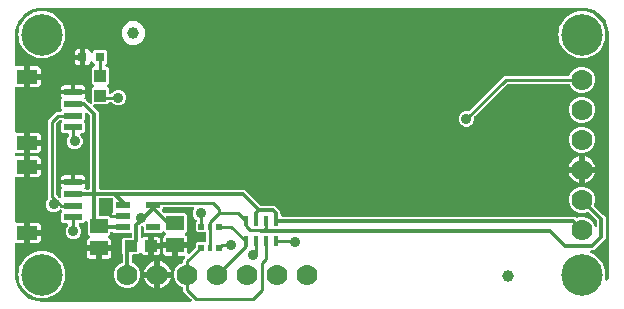
<source format=gbr>
G04 EAGLE Gerber RS-274X export*
G75*
%MOMM*%
%FSLAX34Y34*%
%LPD*%
%INTop Copper*%
%IPPOS*%
%AMOC8*
5,1,8,0,0,1.08239X$1,22.5*%
G01*
%ADD10R,1.500000X1.240000*%
%ADD11R,1.200000X0.550000*%
%ADD12R,1.075000X1.000000*%
%ADD13R,0.450000X0.900000*%
%ADD14R,0.500000X0.500000*%
%ADD15R,0.400000X0.500000*%
%ADD16C,1.778000*%
%ADD17C,3.516000*%
%ADD18R,1.550000X0.600000*%
%ADD19R,1.800000X1.200000*%
%ADD20C,1.000000*%
%ADD21R,0.800000X0.800000*%
%ADD22R,1.000000X1.075000*%
%ADD23C,0.906400*%
%ADD24C,0.254000*%
%ADD25C,0.304800*%

G36*
X151212Y2558D02*
X151212Y2558D01*
X151351Y2571D01*
X151370Y2578D01*
X151390Y2581D01*
X151519Y2632D01*
X151650Y2679D01*
X151667Y2690D01*
X151685Y2698D01*
X151798Y2779D01*
X151913Y2857D01*
X151926Y2873D01*
X151943Y2884D01*
X152032Y2992D01*
X152124Y3096D01*
X152133Y3114D01*
X152146Y3129D01*
X152205Y3255D01*
X152268Y3379D01*
X152273Y3399D01*
X152281Y3417D01*
X152307Y3553D01*
X152338Y3689D01*
X152337Y3710D01*
X152341Y3729D01*
X152332Y3868D01*
X152328Y4007D01*
X152322Y4027D01*
X152321Y4047D01*
X152278Y4179D01*
X152240Y4313D01*
X152229Y4330D01*
X152223Y4349D01*
X152149Y4467D01*
X152078Y4587D01*
X152060Y4608D01*
X152053Y4618D01*
X152038Y4632D01*
X151972Y4707D01*
X147624Y9056D01*
X145317Y11362D01*
X145317Y14127D01*
X145314Y14157D01*
X145316Y14186D01*
X145294Y14314D01*
X145277Y14443D01*
X145267Y14470D01*
X145262Y14499D01*
X145208Y14618D01*
X145160Y14739D01*
X145143Y14762D01*
X145131Y14789D01*
X145050Y14891D01*
X144974Y14996D01*
X144951Y15015D01*
X144932Y15038D01*
X144829Y15116D01*
X144729Y15199D01*
X144702Y15211D01*
X144678Y15229D01*
X144534Y15300D01*
X142433Y16170D01*
X139360Y19243D01*
X137697Y23257D01*
X137697Y27603D01*
X139360Y31617D01*
X142433Y34690D01*
X144534Y35560D01*
X144559Y35575D01*
X144587Y35584D01*
X144697Y35653D01*
X144810Y35718D01*
X144831Y35738D01*
X144856Y35754D01*
X144945Y35849D01*
X145038Y35939D01*
X145054Y35964D01*
X145074Y35986D01*
X145137Y36099D01*
X145205Y36210D01*
X145213Y36238D01*
X145228Y36264D01*
X145260Y36390D01*
X145298Y36514D01*
X145300Y36543D01*
X145307Y36572D01*
X145317Y36733D01*
X145317Y37998D01*
X146602Y39283D01*
X146687Y39392D01*
X146776Y39499D01*
X146784Y39518D01*
X146797Y39534D01*
X146852Y39662D01*
X146911Y39787D01*
X146915Y39807D01*
X146923Y39826D01*
X146945Y39964D01*
X146971Y40100D01*
X146970Y40120D01*
X146973Y40140D01*
X146960Y40279D01*
X146951Y40417D01*
X146945Y40436D01*
X146943Y40456D01*
X146896Y40588D01*
X146853Y40719D01*
X146842Y40737D01*
X146835Y40756D01*
X146757Y40871D01*
X146683Y40988D01*
X146668Y41002D01*
X146657Y41019D01*
X146553Y41111D01*
X146451Y41206D01*
X146434Y41216D01*
X146418Y41229D01*
X146294Y41293D01*
X146173Y41360D01*
X146153Y41365D01*
X146135Y41374D01*
X145999Y41404D01*
X145865Y41439D01*
X145837Y41441D01*
X145825Y41444D01*
X145804Y41443D01*
X145704Y41449D01*
X140969Y41449D01*
X140969Y47651D01*
X148471Y47651D01*
X148471Y44216D01*
X148488Y44078D01*
X148501Y43939D01*
X148508Y43920D01*
X148511Y43900D01*
X148562Y43771D01*
X148609Y43640D01*
X148620Y43623D01*
X148628Y43605D01*
X148709Y43492D01*
X148787Y43377D01*
X148803Y43364D01*
X148814Y43347D01*
X148922Y43258D01*
X149026Y43166D01*
X149044Y43157D01*
X149059Y43144D01*
X149185Y43085D01*
X149309Y43022D01*
X149329Y43017D01*
X149347Y43009D01*
X149483Y42983D01*
X149619Y42952D01*
X149640Y42953D01*
X149659Y42949D01*
X149798Y42958D01*
X149937Y42962D01*
X149957Y42968D01*
X149977Y42969D01*
X150109Y43012D01*
X150243Y43050D01*
X150260Y43061D01*
X150279Y43067D01*
X150397Y43141D01*
X150517Y43212D01*
X150538Y43230D01*
X150548Y43237D01*
X150562Y43252D01*
X150637Y43318D01*
X155236Y47916D01*
X155296Y47995D01*
X155364Y48067D01*
X155393Y48120D01*
X155430Y48168D01*
X155470Y48259D01*
X155518Y48345D01*
X155533Y48404D01*
X155557Y48459D01*
X155572Y48557D01*
X155597Y48653D01*
X155603Y48753D01*
X155607Y48773D01*
X155605Y48786D01*
X155607Y48814D01*
X155607Y51492D01*
X156798Y52683D01*
X163068Y52683D01*
X163186Y52698D01*
X163305Y52705D01*
X163343Y52718D01*
X163384Y52723D01*
X163494Y52766D01*
X163607Y52803D01*
X163642Y52825D01*
X163679Y52840D01*
X163775Y52909D01*
X163876Y52973D01*
X163904Y53003D01*
X163937Y53026D01*
X164013Y53118D01*
X164094Y53205D01*
X164114Y53240D01*
X164139Y53271D01*
X164190Y53379D01*
X164248Y53483D01*
X164258Y53523D01*
X164275Y53559D01*
X164297Y53676D01*
X164327Y53791D01*
X164331Y53851D01*
X164335Y53871D01*
X164333Y53892D01*
X164337Y53952D01*
X164337Y60348D01*
X164322Y60466D01*
X164315Y60585D01*
X164302Y60623D01*
X164297Y60664D01*
X164254Y60774D01*
X164217Y60887D01*
X164195Y60922D01*
X164180Y60959D01*
X164111Y61055D01*
X164047Y61156D01*
X164017Y61184D01*
X163994Y61217D01*
X163902Y61293D01*
X163815Y61374D01*
X163780Y61394D01*
X163749Y61419D01*
X163641Y61470D01*
X163537Y61528D01*
X163497Y61538D01*
X163461Y61555D01*
X163344Y61577D01*
X163229Y61607D01*
X163169Y61611D01*
X163149Y61615D01*
X163128Y61613D01*
X163068Y61617D01*
X156798Y61617D01*
X155607Y62808D01*
X155607Y69492D01*
X156263Y70148D01*
X156336Y70242D01*
X156415Y70331D01*
X156433Y70367D01*
X156458Y70399D01*
X156505Y70508D01*
X156560Y70614D01*
X156568Y70654D01*
X156584Y70691D01*
X156603Y70809D01*
X156629Y70925D01*
X156628Y70965D01*
X156634Y71005D01*
X156623Y71124D01*
X156620Y71243D01*
X156608Y71281D01*
X156605Y71322D01*
X156564Y71434D01*
X156531Y71548D01*
X156511Y71583D01*
X156497Y71621D01*
X156430Y71720D01*
X156370Y71822D01*
X156330Y71867D01*
X156318Y71884D01*
X156303Y71898D01*
X156263Y71943D01*
X154455Y73751D01*
X153455Y76164D01*
X153455Y78776D01*
X154502Y81302D01*
X154515Y81350D01*
X154536Y81395D01*
X154557Y81503D01*
X154586Y81609D01*
X154587Y81659D01*
X154596Y81708D01*
X154589Y81817D01*
X154591Y81927D01*
X154579Y81975D01*
X154576Y82025D01*
X154542Y82129D01*
X154517Y82236D01*
X154493Y82280D01*
X154478Y82327D01*
X154419Y82420D01*
X154368Y82517D01*
X154335Y82554D01*
X154308Y82596D01*
X154228Y82671D01*
X154154Y82753D01*
X154113Y82780D01*
X154076Y82814D01*
X153980Y82867D01*
X153888Y82927D01*
X153841Y82944D01*
X153798Y82968D01*
X153692Y82995D01*
X153587Y83031D01*
X153538Y83035D01*
X153490Y83047D01*
X153329Y83057D01*
X128983Y83057D01*
X128865Y83042D01*
X128746Y83035D01*
X128708Y83022D01*
X128667Y83017D01*
X128557Y82974D01*
X128444Y82937D01*
X128409Y82915D01*
X128372Y82900D01*
X128276Y82831D01*
X128175Y82767D01*
X128147Y82737D01*
X128114Y82714D01*
X128038Y82622D01*
X127957Y82535D01*
X127937Y82500D01*
X127912Y82469D01*
X127861Y82361D01*
X127803Y82257D01*
X127793Y82217D01*
X127776Y82181D01*
X127754Y82064D01*
X127724Y81949D01*
X127720Y81889D01*
X127716Y81869D01*
X127718Y81848D01*
X127714Y81788D01*
X127714Y80838D01*
X127481Y80606D01*
X127408Y80512D01*
X127330Y80422D01*
X127311Y80386D01*
X127286Y80354D01*
X127239Y80245D01*
X127185Y80139D01*
X127176Y80100D01*
X127160Y80063D01*
X127141Y79945D01*
X127115Y79829D01*
X127117Y79788D01*
X127110Y79748D01*
X127121Y79630D01*
X127125Y79511D01*
X127136Y79472D01*
X127140Y79432D01*
X127180Y79320D01*
X127213Y79205D01*
X127234Y79171D01*
X127248Y79133D01*
X127314Y79034D01*
X127375Y78931D01*
X127415Y78886D01*
X127426Y78869D01*
X127441Y78856D01*
X127481Y78811D01*
X128581Y77711D01*
X128675Y77638D01*
X128765Y77559D01*
X128801Y77541D01*
X128832Y77516D01*
X128942Y77468D01*
X129048Y77414D01*
X129087Y77406D01*
X129124Y77390D01*
X129242Y77371D01*
X129358Y77345D01*
X129398Y77346D01*
X129438Y77340D01*
X129557Y77351D01*
X129676Y77355D01*
X129715Y77366D01*
X129755Y77370D01*
X129867Y77410D01*
X129912Y77423D01*
X146772Y77423D01*
X147963Y76232D01*
X147963Y62148D01*
X146598Y60783D01*
X146521Y60684D01*
X146439Y60589D01*
X146424Y60559D01*
X146403Y60532D01*
X146353Y60417D01*
X146297Y60304D01*
X146290Y60271D01*
X146277Y60240D01*
X146257Y60116D01*
X146231Y59993D01*
X146232Y59959D01*
X146227Y59926D01*
X146238Y59801D01*
X146244Y59675D01*
X146253Y59643D01*
X146257Y59609D01*
X146299Y59491D01*
X146335Y59371D01*
X146353Y59342D01*
X146364Y59310D01*
X146435Y59206D01*
X146500Y59098D01*
X146524Y59075D01*
X146543Y59047D01*
X146637Y58964D01*
X146727Y58876D01*
X146767Y58849D01*
X146781Y58836D01*
X146801Y58826D01*
X146861Y58786D01*
X147490Y58423D01*
X147963Y57950D01*
X148298Y57371D01*
X148471Y56724D01*
X148471Y52729D01*
X139700Y52729D01*
X139582Y52714D01*
X139463Y52707D01*
X139425Y52694D01*
X139385Y52689D01*
X139274Y52645D01*
X139161Y52609D01*
X139126Y52587D01*
X139089Y52572D01*
X138993Y52502D01*
X138892Y52439D01*
X138864Y52409D01*
X138832Y52385D01*
X138756Y52294D01*
X138674Y52207D01*
X138655Y52172D01*
X138629Y52140D01*
X138578Y52033D01*
X138521Y51929D01*
X138510Y51889D01*
X138493Y51853D01*
X138471Y51736D01*
X138441Y51621D01*
X138437Y51560D01*
X138433Y51540D01*
X138435Y51520D01*
X138431Y51460D01*
X138431Y50189D01*
X138429Y50189D01*
X138429Y51460D01*
X138414Y51578D01*
X138407Y51697D01*
X138394Y51735D01*
X138389Y51775D01*
X138345Y51886D01*
X138309Y51999D01*
X138287Y52034D01*
X138272Y52071D01*
X138202Y52167D01*
X138139Y52268D01*
X138109Y52296D01*
X138085Y52328D01*
X137994Y52404D01*
X137907Y52486D01*
X137872Y52505D01*
X137840Y52531D01*
X137733Y52582D01*
X137629Y52639D01*
X137589Y52650D01*
X137553Y52667D01*
X137436Y52689D01*
X137321Y52719D01*
X137260Y52723D01*
X137240Y52727D01*
X137220Y52725D01*
X137160Y52729D01*
X128389Y52729D01*
X128389Y56724D01*
X128562Y57371D01*
X128897Y57950D01*
X129370Y58423D01*
X129999Y58786D01*
X130099Y58862D01*
X130203Y58933D01*
X130226Y58958D01*
X130253Y58979D01*
X130331Y59077D01*
X130414Y59171D01*
X130429Y59201D01*
X130450Y59228D01*
X130501Y59343D01*
X130559Y59455D01*
X130566Y59488D01*
X130580Y59518D01*
X130601Y59643D01*
X130628Y59765D01*
X130627Y59799D01*
X130633Y59832D01*
X130622Y59957D01*
X130619Y60083D01*
X130609Y60115D01*
X130606Y60149D01*
X130565Y60268D01*
X130530Y60388D01*
X130513Y60417D01*
X130502Y60449D01*
X130432Y60554D01*
X130369Y60662D01*
X130336Y60699D01*
X130326Y60714D01*
X130310Y60729D01*
X130262Y60783D01*
X129358Y61687D01*
X129264Y61760D01*
X129175Y61839D01*
X129139Y61857D01*
X129107Y61882D01*
X128997Y61930D01*
X128891Y61984D01*
X128852Y61992D01*
X128815Y62009D01*
X128697Y62027D01*
X128581Y62053D01*
X128541Y62052D01*
X128501Y62058D01*
X128382Y62047D01*
X128263Y62044D01*
X128224Y62032D01*
X128184Y62029D01*
X128072Y61988D01*
X127958Y61955D01*
X127923Y61935D01*
X127885Y61921D01*
X127786Y61854D01*
X127684Y61794D01*
X127639Y61754D01*
X127622Y61742D01*
X127608Y61727D01*
X127563Y61687D01*
X126523Y60647D01*
X112839Y60647D01*
X111648Y61838D01*
X111648Y65454D01*
X111631Y65592D01*
X111618Y65731D01*
X111611Y65750D01*
X111608Y65770D01*
X111557Y65899D01*
X111510Y66030D01*
X111499Y66047D01*
X111491Y66065D01*
X111410Y66178D01*
X111332Y66293D01*
X111316Y66306D01*
X111305Y66323D01*
X111197Y66411D01*
X111093Y66503D01*
X111075Y66513D01*
X111060Y66525D01*
X110934Y66585D01*
X110810Y66648D01*
X110790Y66652D01*
X110772Y66661D01*
X110636Y66687D01*
X110500Y66718D01*
X110479Y66717D01*
X110460Y66721D01*
X110321Y66712D01*
X110182Y66708D01*
X110162Y66702D01*
X110142Y66701D01*
X110010Y66658D01*
X109876Y66619D01*
X109859Y66609D01*
X109840Y66603D01*
X109722Y66529D01*
X109602Y66458D01*
X109581Y66439D01*
X109571Y66433D01*
X109557Y66418D01*
X109481Y66351D01*
X109338Y66208D01*
X109278Y66130D01*
X109210Y66058D01*
X109181Y66005D01*
X109143Y65957D01*
X109104Y65866D01*
X109056Y65780D01*
X109041Y65721D01*
X109017Y65665D01*
X109002Y65567D01*
X108977Y65472D01*
X108971Y65371D01*
X108967Y65351D01*
X108969Y65339D01*
X108967Y65311D01*
X108967Y57712D01*
X108983Y57581D01*
X108994Y57448D01*
X109003Y57423D01*
X109007Y57396D01*
X109055Y57273D01*
X109099Y57148D01*
X109114Y57126D01*
X109124Y57101D01*
X109201Y56993D01*
X109275Y56883D01*
X109295Y56865D01*
X109310Y56843D01*
X109413Y56759D01*
X109511Y56670D01*
X109535Y56658D01*
X109555Y56640D01*
X109675Y56584D01*
X109792Y56523D01*
X109819Y56516D01*
X109843Y56505D01*
X109973Y56480D01*
X110102Y56450D01*
X110129Y56450D01*
X110155Y56445D01*
X110287Y56453D01*
X110420Y56456D01*
X110446Y56463D01*
X110473Y56465D01*
X110599Y56506D01*
X110726Y56541D01*
X110761Y56558D01*
X110775Y56563D01*
X110794Y56575D01*
X110871Y56613D01*
X111364Y56898D01*
X112011Y57071D01*
X115221Y57071D01*
X115221Y50760D01*
X115236Y50642D01*
X115243Y50523D01*
X115255Y50485D01*
X115261Y50445D01*
X115304Y50334D01*
X115341Y50221D01*
X115363Y50187D01*
X115378Y50149D01*
X115447Y50053D01*
X115511Y49952D01*
X115541Y49924D01*
X115564Y49892D01*
X115656Y49816D01*
X115743Y49734D01*
X115778Y49715D01*
X115809Y49689D01*
X115917Y49638D01*
X116021Y49581D01*
X116061Y49571D01*
X116097Y49553D01*
X116204Y49533D01*
X116174Y49529D01*
X116064Y49485D01*
X115951Y49449D01*
X115916Y49427D01*
X115879Y49412D01*
X115782Y49342D01*
X115682Y49279D01*
X115654Y49249D01*
X115621Y49225D01*
X115545Y49134D01*
X115464Y49047D01*
X115444Y49012D01*
X115419Y48980D01*
X115368Y48873D01*
X115310Y48768D01*
X115300Y48729D01*
X115283Y48693D01*
X115261Y48576D01*
X115231Y48460D01*
X115227Y48400D01*
X115223Y48380D01*
X115225Y48360D01*
X115221Y48300D01*
X115221Y41989D01*
X112011Y41989D01*
X111364Y42162D01*
X110785Y42497D01*
X110312Y42970D01*
X110077Y43377D01*
X110001Y43477D01*
X109930Y43582D01*
X109905Y43604D01*
X109884Y43631D01*
X109786Y43709D01*
X109692Y43792D01*
X109662Y43807D01*
X109635Y43828D01*
X109520Y43879D01*
X109408Y43937D01*
X109376Y43944D01*
X109345Y43958D01*
X109221Y43979D01*
X109098Y44006D01*
X109064Y44005D01*
X109031Y44011D01*
X108906Y44000D01*
X108780Y43997D01*
X108748Y43987D01*
X108714Y43984D01*
X108596Y43943D01*
X108475Y43908D01*
X108446Y43891D01*
X108414Y43880D01*
X108309Y43810D01*
X108201Y43747D01*
X108164Y43714D01*
X108149Y43704D01*
X108134Y43688D01*
X108080Y43640D01*
X106937Y42497D01*
X102646Y42497D01*
X102528Y42482D01*
X102409Y42475D01*
X102371Y42462D01*
X102330Y42457D01*
X102220Y42414D01*
X102107Y42377D01*
X102072Y42355D01*
X102035Y42340D01*
X101939Y42271D01*
X101838Y42207D01*
X101810Y42177D01*
X101777Y42154D01*
X101701Y42062D01*
X101620Y41975D01*
X101600Y41940D01*
X101575Y41909D01*
X101524Y41801D01*
X101466Y41697D01*
X101456Y41657D01*
X101439Y41621D01*
X101417Y41504D01*
X101387Y41389D01*
X101383Y41329D01*
X101379Y41309D01*
X101381Y41288D01*
X101377Y41228D01*
X101377Y36628D01*
X101380Y36598D01*
X101378Y36569D01*
X101400Y36441D01*
X101417Y36312D01*
X101427Y36285D01*
X101432Y36255D01*
X101486Y36137D01*
X101534Y36016D01*
X101551Y35992D01*
X101563Y35965D01*
X101644Y35864D01*
X101720Y35759D01*
X101743Y35740D01*
X101762Y35717D01*
X101865Y35639D01*
X101965Y35556D01*
X101992Y35544D01*
X102016Y35526D01*
X102160Y35455D01*
X104007Y34690D01*
X107080Y31617D01*
X108743Y27603D01*
X108743Y23257D01*
X107080Y19243D01*
X104007Y16170D01*
X99993Y14507D01*
X95647Y14507D01*
X91633Y16170D01*
X88560Y19243D01*
X86897Y23257D01*
X86897Y27603D01*
X88560Y31617D01*
X91633Y34690D01*
X93480Y35455D01*
X93505Y35470D01*
X93533Y35479D01*
X93643Y35548D01*
X93756Y35612D01*
X93777Y35633D01*
X93802Y35649D01*
X93891Y35743D01*
X93984Y35834D01*
X94000Y35859D01*
X94020Y35880D01*
X94083Y35994D01*
X94151Y36105D01*
X94159Y36133D01*
X94174Y36159D01*
X94206Y36285D01*
X94244Y36409D01*
X94246Y36438D01*
X94253Y36467D01*
X94263Y36628D01*
X94263Y42211D01*
X94251Y42309D01*
X94248Y42408D01*
X94231Y42467D01*
X94223Y42527D01*
X94187Y42619D01*
X94159Y42714D01*
X94129Y42766D01*
X94106Y42822D01*
X94048Y42903D01*
X93998Y42988D01*
X93932Y43063D01*
X93920Y43080D01*
X93910Y43088D01*
X93892Y43109D01*
X93312Y43688D01*
X93312Y55372D01*
X94503Y56563D01*
X100584Y56563D01*
X100702Y56578D01*
X100821Y56585D01*
X100859Y56598D01*
X100900Y56603D01*
X101010Y56646D01*
X101123Y56683D01*
X101158Y56705D01*
X101195Y56720D01*
X101291Y56789D01*
X101392Y56853D01*
X101420Y56883D01*
X101453Y56906D01*
X101529Y56998D01*
X101610Y57085D01*
X101630Y57120D01*
X101655Y57151D01*
X101706Y57259D01*
X101764Y57363D01*
X101774Y57403D01*
X101791Y57439D01*
X101813Y57556D01*
X101843Y57671D01*
X101847Y57731D01*
X101851Y57751D01*
X101849Y57772D01*
X101853Y57832D01*
X101853Y59378D01*
X101838Y59496D01*
X101831Y59615D01*
X101818Y59653D01*
X101813Y59694D01*
X101770Y59804D01*
X101733Y59917D01*
X101711Y59952D01*
X101696Y59989D01*
X101627Y60085D01*
X101563Y60186D01*
X101533Y60214D01*
X101510Y60247D01*
X101418Y60323D01*
X101331Y60404D01*
X101296Y60424D01*
X101265Y60449D01*
X101157Y60500D01*
X101053Y60558D01*
X101013Y60568D01*
X100977Y60585D01*
X100860Y60607D01*
X100745Y60637D01*
X100685Y60641D01*
X100665Y60645D01*
X100644Y60643D01*
X100584Y60647D01*
X86837Y60647D01*
X85983Y61501D01*
X85905Y61562D01*
X85832Y61630D01*
X85779Y61659D01*
X85732Y61696D01*
X85641Y61736D01*
X85554Y61784D01*
X85495Y61799D01*
X85440Y61823D01*
X85342Y61838D01*
X85246Y61863D01*
X85146Y61869D01*
X85126Y61873D01*
X85113Y61871D01*
X85085Y61873D01*
X84462Y61873D01*
X84344Y61858D01*
X84225Y61851D01*
X84187Y61838D01*
X84146Y61833D01*
X84036Y61790D01*
X83923Y61753D01*
X83888Y61731D01*
X83851Y61716D01*
X83755Y61647D01*
X83654Y61583D01*
X83626Y61553D01*
X83593Y61530D01*
X83517Y61438D01*
X83436Y61351D01*
X83416Y61316D01*
X83391Y61285D01*
X83340Y61177D01*
X83282Y61073D01*
X83272Y61033D01*
X83255Y60997D01*
X83233Y60880D01*
X83203Y60765D01*
X83199Y60705D01*
X83195Y60685D01*
X83197Y60664D01*
X83193Y60604D01*
X83193Y59608D01*
X81828Y58243D01*
X81751Y58144D01*
X81669Y58049D01*
X81654Y58019D01*
X81633Y57992D01*
X81583Y57876D01*
X81527Y57764D01*
X81520Y57731D01*
X81507Y57700D01*
X81487Y57576D01*
X81461Y57453D01*
X81462Y57419D01*
X81457Y57386D01*
X81469Y57260D01*
X81474Y57135D01*
X81483Y57103D01*
X81487Y57069D01*
X81529Y56951D01*
X81565Y56831D01*
X81583Y56802D01*
X81594Y56770D01*
X81665Y56666D01*
X81730Y56558D01*
X81754Y56535D01*
X81773Y56507D01*
X81867Y56424D01*
X81957Y56336D01*
X81997Y56308D01*
X82011Y56296D01*
X82030Y56287D01*
X82091Y56246D01*
X82720Y55883D01*
X83193Y55410D01*
X83528Y54831D01*
X83701Y54184D01*
X83701Y50189D01*
X74930Y50189D01*
X74812Y50174D01*
X74693Y50167D01*
X74655Y50154D01*
X74615Y50149D01*
X74504Y50105D01*
X74391Y50069D01*
X74356Y50047D01*
X74319Y50032D01*
X74223Y49962D01*
X74122Y49899D01*
X74094Y49869D01*
X74062Y49845D01*
X73986Y49754D01*
X73904Y49667D01*
X73885Y49632D01*
X73859Y49600D01*
X73808Y49493D01*
X73751Y49389D01*
X73740Y49349D01*
X73723Y49313D01*
X73701Y49196D01*
X73671Y49081D01*
X73667Y49020D01*
X73663Y49000D01*
X73665Y48980D01*
X73661Y48920D01*
X73661Y47649D01*
X73659Y47649D01*
X73659Y48920D01*
X73644Y49038D01*
X73637Y49157D01*
X73624Y49195D01*
X73619Y49235D01*
X73575Y49346D01*
X73539Y49459D01*
X73517Y49494D01*
X73502Y49531D01*
X73432Y49627D01*
X73369Y49728D01*
X73339Y49756D01*
X73315Y49788D01*
X73224Y49864D01*
X73137Y49946D01*
X73102Y49965D01*
X73070Y49991D01*
X72963Y50042D01*
X72859Y50099D01*
X72819Y50110D01*
X72783Y50127D01*
X72666Y50149D01*
X72551Y50179D01*
X72490Y50183D01*
X72470Y50187D01*
X72450Y50185D01*
X72390Y50189D01*
X63619Y50189D01*
X63619Y54184D01*
X63792Y54831D01*
X64127Y55410D01*
X64600Y55883D01*
X65229Y56246D01*
X65329Y56322D01*
X65433Y56393D01*
X65456Y56418D01*
X65483Y56439D01*
X65561Y56537D01*
X65644Y56631D01*
X65659Y56661D01*
X65680Y56688D01*
X65731Y56803D01*
X65789Y56915D01*
X65796Y56948D01*
X65810Y56978D01*
X65831Y57102D01*
X65858Y57225D01*
X65857Y57259D01*
X65863Y57292D01*
X65852Y57417D01*
X65849Y57543D01*
X65839Y57575D01*
X65836Y57609D01*
X65795Y57727D01*
X65760Y57848D01*
X65743Y57877D01*
X65732Y57909D01*
X65662Y58014D01*
X65599Y58122D01*
X65566Y58159D01*
X65556Y58174D01*
X65540Y58189D01*
X65492Y58243D01*
X64127Y59608D01*
X64127Y69528D01*
X64110Y69666D01*
X64097Y69805D01*
X64090Y69824D01*
X64087Y69844D01*
X64036Y69973D01*
X63989Y70104D01*
X63978Y70121D01*
X63970Y70140D01*
X63889Y70252D01*
X63811Y70367D01*
X63795Y70380D01*
X63784Y70397D01*
X63676Y70486D01*
X63572Y70578D01*
X63554Y70587D01*
X63539Y70600D01*
X63413Y70659D01*
X63289Y70722D01*
X63269Y70727D01*
X63251Y70735D01*
X63114Y70761D01*
X62979Y70792D01*
X62958Y70791D01*
X62939Y70795D01*
X62800Y70786D01*
X62661Y70782D01*
X62641Y70777D01*
X62621Y70775D01*
X62489Y70732D01*
X62355Y70694D01*
X62338Y70683D01*
X62319Y70677D01*
X62201Y70603D01*
X62081Y70532D01*
X62060Y70514D01*
X62050Y70507D01*
X62036Y70492D01*
X61961Y70426D01*
X60402Y68867D01*
X57781Y68867D01*
X57643Y68850D01*
X57505Y68837D01*
X57486Y68830D01*
X57465Y68827D01*
X57336Y68776D01*
X57205Y68729D01*
X57188Y68718D01*
X57170Y68710D01*
X57057Y68629D01*
X56942Y68551D01*
X56929Y68535D01*
X56912Y68524D01*
X56824Y68416D01*
X56732Y68312D01*
X56722Y68294D01*
X56710Y68279D01*
X56650Y68153D01*
X56587Y68029D01*
X56583Y68009D01*
X56574Y67991D01*
X56548Y67854D01*
X56517Y67719D01*
X56518Y67698D01*
X56514Y67679D01*
X56523Y67540D01*
X56527Y67401D01*
X56533Y67381D01*
X56534Y67361D01*
X56577Y67229D01*
X56615Y67095D01*
X56626Y67078D01*
X56632Y67059D01*
X56706Y66941D01*
X56777Y66821D01*
X56796Y66800D01*
X56802Y66790D01*
X56817Y66776D01*
X56883Y66701D01*
X57635Y65949D01*
X58635Y63536D01*
X58635Y60924D01*
X57635Y58511D01*
X55789Y56665D01*
X53376Y55665D01*
X50764Y55665D01*
X48351Y56665D01*
X46505Y58511D01*
X45505Y60924D01*
X45505Y63536D01*
X46505Y65949D01*
X47257Y66701D01*
X47342Y66810D01*
X47430Y66917D01*
X47439Y66936D01*
X47452Y66952D01*
X47507Y67080D01*
X47566Y67205D01*
X47570Y67225D01*
X47578Y67244D01*
X47600Y67382D01*
X47626Y67518D01*
X47625Y67538D01*
X47628Y67558D01*
X47615Y67697D01*
X47606Y67835D01*
X47600Y67854D01*
X47598Y67874D01*
X47551Y68006D01*
X47508Y68137D01*
X47497Y68155D01*
X47490Y68174D01*
X47412Y68289D01*
X47338Y68406D01*
X47323Y68420D01*
X47312Y68437D01*
X47208Y68529D01*
X47106Y68624D01*
X47088Y68634D01*
X47073Y68647D01*
X46950Y68710D01*
X46828Y68778D01*
X46808Y68783D01*
X46790Y68792D01*
X46654Y68822D01*
X46520Y68857D01*
X46492Y68859D01*
X46480Y68862D01*
X46459Y68861D01*
X46359Y68867D01*
X43218Y68867D01*
X42027Y70058D01*
X42027Y77742D01*
X42288Y78003D01*
X42361Y78097D01*
X42440Y78186D01*
X42458Y78222D01*
X42483Y78254D01*
X42530Y78363D01*
X42584Y78469D01*
X42593Y78508D01*
X42609Y78546D01*
X42628Y78663D01*
X42654Y78779D01*
X42653Y78820D01*
X42659Y78860D01*
X42648Y78978D01*
X42644Y79097D01*
X42633Y79136D01*
X42629Y79176D01*
X42589Y79289D01*
X42556Y79403D01*
X42535Y79438D01*
X42522Y79476D01*
X42455Y79574D01*
X42394Y79677D01*
X42354Y79722D01*
X42343Y79739D01*
X42328Y79752D01*
X42288Y79798D01*
X41860Y80226D01*
X41782Y80286D01*
X41709Y80354D01*
X41656Y80383D01*
X41609Y80420D01*
X41518Y80460D01*
X41431Y80508D01*
X41372Y80523D01*
X41317Y80547D01*
X41219Y80562D01*
X41123Y80587D01*
X41023Y80593D01*
X41003Y80597D01*
X40990Y80595D01*
X40962Y80597D01*
X40877Y80597D01*
X40779Y80585D01*
X40680Y80582D01*
X40622Y80565D01*
X40561Y80557D01*
X40469Y80521D01*
X40374Y80493D01*
X40322Y80463D01*
X40266Y80440D01*
X40186Y80382D01*
X40100Y80332D01*
X40025Y80266D01*
X40008Y80254D01*
X40001Y80244D01*
X39979Y80226D01*
X39279Y79525D01*
X36866Y78525D01*
X34254Y78525D01*
X31841Y79525D01*
X29995Y81371D01*
X28995Y83784D01*
X28995Y86396D01*
X29995Y88809D01*
X30616Y89429D01*
X30676Y89508D01*
X30744Y89580D01*
X30773Y89633D01*
X30810Y89681D01*
X30850Y89772D01*
X30898Y89858D01*
X30913Y89917D01*
X30937Y89973D01*
X30952Y90071D01*
X30977Y90166D01*
X30983Y90266D01*
X30987Y90287D01*
X30985Y90299D01*
X30987Y90327D01*
X30987Y156308D01*
X38082Y163403D01*
X40962Y163403D01*
X41060Y163415D01*
X41159Y163418D01*
X41218Y163435D01*
X41278Y163443D01*
X41370Y163479D01*
X41465Y163507D01*
X41517Y163537D01*
X41573Y163560D01*
X41654Y163618D01*
X41739Y163668D01*
X41814Y163734D01*
X41831Y163746D01*
X41839Y163756D01*
X41860Y163774D01*
X42288Y164203D01*
X42361Y164297D01*
X42440Y164386D01*
X42458Y164422D01*
X42483Y164454D01*
X42530Y164563D01*
X42584Y164669D01*
X42593Y164708D01*
X42609Y164746D01*
X42628Y164863D01*
X42654Y164979D01*
X42653Y165020D01*
X42659Y165060D01*
X42648Y165179D01*
X42644Y165297D01*
X42633Y165336D01*
X42629Y165376D01*
X42589Y165489D01*
X42556Y165603D01*
X42535Y165638D01*
X42522Y165676D01*
X42455Y165774D01*
X42394Y165877D01*
X42354Y165922D01*
X42343Y165939D01*
X42328Y165952D01*
X42288Y165998D01*
X42027Y166258D01*
X42027Y173967D01*
X42081Y174027D01*
X42099Y174063D01*
X42124Y174095D01*
X42171Y174204D01*
X42225Y174311D01*
X42234Y174350D01*
X42250Y174386D01*
X42269Y174504D01*
X42295Y174621D01*
X42293Y174661D01*
X42300Y174700D01*
X42289Y174819D01*
X42285Y174939D01*
X42274Y174977D01*
X42270Y175017D01*
X42230Y175129D01*
X42196Y175244D01*
X42176Y175279D01*
X42162Y175316D01*
X42115Y175386D01*
X42110Y175395D01*
X41692Y176119D01*
X41519Y176766D01*
X41519Y178601D01*
X51580Y178601D01*
X51698Y178616D01*
X51817Y178623D01*
X51824Y178625D01*
X51880Y178611D01*
X51940Y178607D01*
X51960Y178603D01*
X51980Y178605D01*
X52040Y178601D01*
X62101Y178601D01*
X62101Y176766D01*
X61928Y176119D01*
X61605Y175561D01*
X61554Y175438D01*
X61497Y175319D01*
X61492Y175292D01*
X61482Y175267D01*
X61462Y175136D01*
X61438Y175006D01*
X61439Y174980D01*
X61435Y174953D01*
X61449Y174821D01*
X61457Y174689D01*
X61466Y174663D01*
X61468Y174637D01*
X61515Y174512D01*
X61555Y174387D01*
X61570Y174364D01*
X61579Y174338D01*
X61654Y174230D01*
X61725Y174118D01*
X61745Y174099D01*
X61761Y174077D01*
X61861Y173991D01*
X61957Y173900D01*
X61981Y173887D01*
X62001Y173869D01*
X62120Y173810D01*
X62236Y173746D01*
X62262Y173740D01*
X62286Y173728D01*
X62416Y173700D01*
X62489Y173681D01*
X65731Y170439D01*
X65814Y170375D01*
X65867Y170325D01*
X65893Y170310D01*
X65947Y170266D01*
X65966Y170257D01*
X65982Y170244D01*
X66110Y170189D01*
X66134Y170178D01*
X66145Y170171D01*
X66150Y170170D01*
X66235Y170130D01*
X66255Y170126D01*
X66274Y170118D01*
X66412Y170096D01*
X66548Y170070D01*
X66568Y170071D01*
X66588Y170068D01*
X66727Y170081D01*
X66865Y170090D01*
X66884Y170096D01*
X66904Y170098D01*
X67036Y170145D01*
X67167Y170188D01*
X67185Y170199D01*
X67204Y170206D01*
X67319Y170284D01*
X67436Y170358D01*
X67450Y170373D01*
X67467Y170384D01*
X67559Y170489D01*
X67654Y170590D01*
X67664Y170607D01*
X67677Y170623D01*
X67741Y170747D01*
X67808Y170868D01*
X67813Y170888D01*
X67822Y170906D01*
X67832Y170953D01*
X67835Y170958D01*
X67843Y170999D01*
X67852Y171042D01*
X67887Y171176D01*
X67889Y171204D01*
X67892Y171216D01*
X67891Y171237D01*
X67892Y171257D01*
X67895Y171270D01*
X67894Y171284D01*
X67897Y171337D01*
X67897Y183137D01*
X69283Y184522D01*
X69356Y184617D01*
X69435Y184706D01*
X69453Y184742D01*
X69478Y184774D01*
X69525Y184883D01*
X69579Y184989D01*
X69588Y185028D01*
X69604Y185066D01*
X69623Y185183D01*
X69649Y185299D01*
X69648Y185340D01*
X69654Y185380D01*
X69643Y185498D01*
X69639Y185617D01*
X69628Y185656D01*
X69624Y185696D01*
X69584Y185809D01*
X69551Y185923D01*
X69530Y185957D01*
X69517Y185996D01*
X69450Y186094D01*
X69389Y186197D01*
X69349Y186242D01*
X69338Y186259D01*
X69323Y186272D01*
X69283Y186317D01*
X67897Y187703D01*
X67897Y200137D01*
X69088Y201328D01*
X69093Y201328D01*
X69231Y201345D01*
X69370Y201358D01*
X69389Y201365D01*
X69409Y201368D01*
X69538Y201419D01*
X69669Y201466D01*
X69686Y201477D01*
X69705Y201485D01*
X69817Y201566D01*
X69932Y201644D01*
X69945Y201660D01*
X69962Y201671D01*
X70051Y201779D01*
X70143Y201883D01*
X70152Y201901D01*
X70165Y201916D01*
X70224Y202042D01*
X70287Y202166D01*
X70292Y202186D01*
X70300Y202204D01*
X70326Y202341D01*
X70357Y202476D01*
X70356Y202497D01*
X70360Y202516D01*
X70351Y202654D01*
X70347Y202794D01*
X70342Y202814D01*
X70340Y202834D01*
X70298Y202966D01*
X70259Y203100D01*
X70248Y203117D01*
X70242Y203136D01*
X70168Y203254D01*
X70097Y203374D01*
X70079Y203395D01*
X70072Y203405D01*
X70057Y203419D01*
X69991Y203494D01*
X68766Y204719D01*
X68758Y204782D01*
X68741Y204933D01*
X68738Y204939D01*
X68737Y204946D01*
X68681Y205088D01*
X68627Y205230D01*
X68623Y205236D01*
X68620Y205242D01*
X68531Y205365D01*
X68443Y205489D01*
X68437Y205494D01*
X68434Y205499D01*
X68316Y205596D01*
X68200Y205695D01*
X68194Y205698D01*
X68189Y205702D01*
X68051Y205767D01*
X67914Y205833D01*
X67907Y205835D01*
X67901Y205838D01*
X67753Y205866D01*
X67602Y205896D01*
X67595Y205896D01*
X67589Y205897D01*
X67438Y205888D01*
X67284Y205880D01*
X67278Y205878D01*
X67271Y205878D01*
X67127Y205831D01*
X66981Y205785D01*
X66975Y205782D01*
X66969Y205780D01*
X66840Y205698D01*
X66710Y205618D01*
X66706Y205613D01*
X66700Y205609D01*
X66595Y205498D01*
X66490Y205389D01*
X66487Y205383D01*
X66482Y205378D01*
X66408Y205244D01*
X66333Y205112D01*
X66331Y205103D01*
X66328Y205099D01*
X66326Y205089D01*
X66282Y204959D01*
X66178Y204569D01*
X65843Y203990D01*
X65370Y203517D01*
X64791Y203182D01*
X64144Y203009D01*
X61809Y203009D01*
X61809Y208820D01*
X61794Y208938D01*
X61787Y209057D01*
X61774Y209095D01*
X61769Y209135D01*
X61726Y209246D01*
X61689Y209359D01*
X61667Y209393D01*
X61652Y209431D01*
X61583Y209527D01*
X61572Y209544D01*
X61586Y209568D01*
X61611Y209600D01*
X61662Y209707D01*
X61720Y209812D01*
X61730Y209851D01*
X61747Y209887D01*
X61769Y210004D01*
X61799Y210120D01*
X61803Y210180D01*
X61807Y210200D01*
X61805Y210220D01*
X61809Y210280D01*
X61809Y216091D01*
X64144Y216091D01*
X64791Y215918D01*
X65370Y215583D01*
X65843Y215110D01*
X66178Y214531D01*
X66282Y214141D01*
X66335Y214012D01*
X66349Y213966D01*
X66359Y213951D01*
X66396Y213858D01*
X66400Y213853D01*
X66402Y213846D01*
X66492Y213725D01*
X66582Y213601D01*
X66588Y213596D01*
X66592Y213591D01*
X66708Y213497D01*
X66827Y213398D01*
X66834Y213395D01*
X66839Y213391D01*
X66978Y213327D01*
X67115Y213262D01*
X67122Y213261D01*
X67128Y213258D01*
X67279Y213231D01*
X67428Y213203D01*
X67434Y213203D01*
X67441Y213202D01*
X67593Y213213D01*
X67745Y213222D01*
X67751Y213224D01*
X67758Y213225D01*
X67903Y213274D01*
X68047Y213320D01*
X68053Y213324D01*
X68060Y213326D01*
X68188Y213409D01*
X68316Y213491D01*
X68321Y213495D01*
X68326Y213499D01*
X68430Y213611D01*
X68534Y213722D01*
X68537Y213728D01*
X68542Y213733D01*
X68614Y213867D01*
X68688Y214001D01*
X68689Y214007D01*
X68692Y214013D01*
X68729Y214161D01*
X68767Y214309D01*
X68768Y214318D01*
X68769Y214322D01*
X68769Y214333D01*
X68772Y214387D01*
X69968Y215583D01*
X79652Y215583D01*
X80843Y214392D01*
X80843Y204708D01*
X79629Y203494D01*
X79544Y203385D01*
X79455Y203278D01*
X79447Y203259D01*
X79434Y203243D01*
X79379Y203115D01*
X79320Y202990D01*
X79316Y202970D01*
X79308Y202951D01*
X79286Y202813D01*
X79260Y202677D01*
X79261Y202657D01*
X79258Y202637D01*
X79271Y202498D01*
X79280Y202360D01*
X79286Y202341D01*
X79288Y202321D01*
X79335Y202189D01*
X79378Y202058D01*
X79389Y202040D01*
X79395Y202021D01*
X79474Y201906D01*
X79548Y201789D01*
X79563Y201775D01*
X79574Y201758D01*
X79678Y201666D01*
X79780Y201571D01*
X79797Y201561D01*
X79812Y201548D01*
X79937Y201484D01*
X80058Y201417D01*
X80078Y201412D01*
X80096Y201403D01*
X80232Y201373D01*
X80366Y201338D01*
X80394Y201336D01*
X80406Y201333D01*
X80426Y201334D01*
X80527Y201328D01*
X80772Y201328D01*
X81963Y200137D01*
X81963Y187703D01*
X80577Y186317D01*
X80504Y186223D01*
X80425Y186134D01*
X80407Y186098D01*
X80382Y186066D01*
X80335Y185957D01*
X80281Y185851D01*
X80272Y185812D01*
X80256Y185774D01*
X80237Y185656D01*
X80211Y185541D01*
X80212Y185500D01*
X80206Y185460D01*
X80217Y185342D01*
X80221Y185223D01*
X80232Y185184D01*
X80236Y185144D01*
X80276Y185032D01*
X80309Y184917D01*
X80330Y184882D01*
X80343Y184844D01*
X80410Y184746D01*
X80471Y184643D01*
X80511Y184598D01*
X80522Y184581D01*
X80537Y184568D01*
X80577Y184522D01*
X81963Y183137D01*
X81963Y179832D01*
X81978Y179714D01*
X81985Y179595D01*
X81998Y179557D01*
X82003Y179516D01*
X82046Y179406D01*
X82083Y179293D01*
X82105Y179258D01*
X82120Y179221D01*
X82189Y179125D01*
X82253Y179024D01*
X82283Y178996D01*
X82306Y178963D01*
X82398Y178887D01*
X82485Y178806D01*
X82520Y178786D01*
X82551Y178761D01*
X82659Y178710D01*
X82763Y178652D01*
X82803Y178642D01*
X82839Y178625D01*
X82956Y178603D01*
X83071Y178573D01*
X83131Y178569D01*
X83151Y178565D01*
X83172Y178567D01*
X83232Y178563D01*
X83663Y178563D01*
X83761Y178575D01*
X83860Y178578D01*
X83918Y178595D01*
X83979Y178603D01*
X84071Y178639D01*
X84166Y178667D01*
X84218Y178697D01*
X84274Y178720D01*
X84354Y178778D01*
X84440Y178828D01*
X84515Y178894D01*
X84532Y178906D01*
X84539Y178916D01*
X84561Y178934D01*
X86451Y180825D01*
X88864Y181825D01*
X91476Y181825D01*
X93889Y180825D01*
X95735Y178979D01*
X96735Y176566D01*
X96735Y173954D01*
X95735Y171541D01*
X93889Y169695D01*
X91476Y168695D01*
X88864Y168695D01*
X86451Y169695D01*
X84561Y171586D01*
X84482Y171646D01*
X84410Y171714D01*
X84357Y171743D01*
X84309Y171780D01*
X84218Y171820D01*
X84132Y171868D01*
X84073Y171883D01*
X84017Y171907D01*
X83919Y171922D01*
X83824Y171947D01*
X83724Y171953D01*
X83703Y171957D01*
X83691Y171955D01*
X83663Y171957D01*
X83232Y171957D01*
X83114Y171942D01*
X82995Y171935D01*
X82957Y171922D01*
X82916Y171917D01*
X82806Y171874D01*
X82693Y171837D01*
X82658Y171815D01*
X82621Y171800D01*
X82525Y171731D01*
X82424Y171667D01*
X82396Y171637D01*
X82363Y171614D01*
X82287Y171522D01*
X82206Y171435D01*
X82186Y171400D01*
X82161Y171369D01*
X82110Y171261D01*
X82052Y171157D01*
X82042Y171117D01*
X82025Y171081D01*
X82003Y170964D01*
X81973Y170849D01*
X81969Y170789D01*
X81965Y170769D01*
X81967Y170748D01*
X81964Y170704D01*
X80772Y169512D01*
X69722Y169512D01*
X69584Y169495D01*
X69446Y169482D01*
X69426Y169475D01*
X69406Y169472D01*
X69277Y169421D01*
X69146Y169374D01*
X69129Y169363D01*
X69111Y169355D01*
X68998Y169274D01*
X68883Y169196D01*
X68870Y169180D01*
X68853Y169169D01*
X68765Y169061D01*
X68673Y168957D01*
X68663Y168939D01*
X68651Y168924D01*
X68591Y168798D01*
X68528Y168674D01*
X68524Y168654D01*
X68515Y168636D01*
X68489Y168500D01*
X68458Y168364D01*
X68459Y168343D01*
X68455Y168324D01*
X68464Y168185D01*
X68468Y168046D01*
X68474Y168026D01*
X68475Y168006D01*
X68518Y167874D01*
X68556Y167740D01*
X68567Y167723D01*
X68573Y167704D01*
X68648Y167586D01*
X68718Y167466D01*
X68737Y167445D01*
X68743Y167435D01*
X68758Y167421D01*
X68824Y167346D01*
X73407Y162763D01*
X73407Y98726D01*
X73422Y98608D01*
X73429Y98489D01*
X73442Y98451D01*
X73447Y98410D01*
X73490Y98300D01*
X73527Y98187D01*
X73549Y98152D01*
X73564Y98115D01*
X73633Y98019D01*
X73697Y97918D01*
X73727Y97890D01*
X73750Y97857D01*
X73842Y97781D01*
X73929Y97700D01*
X73964Y97680D01*
X73995Y97655D01*
X74103Y97604D01*
X74207Y97546D01*
X74247Y97536D01*
X74283Y97519D01*
X74400Y97497D01*
X74515Y97467D01*
X74575Y97463D01*
X74595Y97459D01*
X74616Y97461D01*
X74676Y97457D01*
X197133Y97457D01*
X210651Y83938D01*
X210730Y83878D01*
X210802Y83810D01*
X210855Y83781D01*
X210903Y83744D01*
X210994Y83704D01*
X211080Y83656D01*
X211139Y83641D01*
X211195Y83617D01*
X211293Y83602D01*
X211388Y83577D01*
X211488Y83571D01*
X211509Y83567D01*
X211521Y83569D01*
X211549Y83567D01*
X222453Y83567D01*
X227377Y78643D01*
X227377Y77324D01*
X227389Y77226D01*
X227392Y77127D01*
X227409Y77068D01*
X227417Y77008D01*
X227453Y76916D01*
X227481Y76821D01*
X227511Y76769D01*
X227534Y76713D01*
X227592Y76632D01*
X227642Y76547D01*
X227708Y76472D01*
X227720Y76455D01*
X227730Y76447D01*
X227748Y76426D01*
X228103Y76072D01*
X228103Y75556D01*
X228118Y75438D01*
X228125Y75319D01*
X228138Y75281D01*
X228143Y75240D01*
X228186Y75130D01*
X228223Y75017D01*
X228245Y74982D01*
X228260Y74945D01*
X228329Y74849D01*
X228393Y74748D01*
X228423Y74720D01*
X228446Y74687D01*
X228538Y74611D01*
X228625Y74530D01*
X228660Y74510D01*
X228691Y74485D01*
X228799Y74434D01*
X228903Y74376D01*
X228943Y74366D01*
X228979Y74349D01*
X229096Y74327D01*
X229211Y74297D01*
X229271Y74293D01*
X229291Y74289D01*
X229312Y74291D01*
X229372Y74287D01*
X476843Y74287D01*
X477197Y73933D01*
X477220Y73915D01*
X477240Y73892D01*
X477346Y73817D01*
X477448Y73738D01*
X477476Y73726D01*
X477500Y73709D01*
X477621Y73663D01*
X477740Y73612D01*
X477769Y73607D01*
X477797Y73596D01*
X477926Y73582D01*
X478054Y73562D01*
X478084Y73564D01*
X478113Y73561D01*
X478242Y73579D01*
X478371Y73591D01*
X478399Y73601D01*
X478428Y73606D01*
X478580Y73658D01*
X480427Y74423D01*
X484773Y74423D01*
X488787Y72760D01*
X491860Y69687D01*
X493111Y66666D01*
X493146Y66605D01*
X493172Y66540D01*
X493224Y66468D01*
X493269Y66389D01*
X493317Y66339D01*
X493358Y66283D01*
X493428Y66225D01*
X493490Y66161D01*
X493550Y66125D01*
X493603Y66080D01*
X493685Y66042D01*
X493761Y65995D01*
X493828Y65974D01*
X493891Y65944D01*
X493979Y65928D01*
X494065Y65901D01*
X494135Y65898D01*
X494204Y65885D01*
X494293Y65890D01*
X494383Y65886D01*
X494451Y65900D01*
X494521Y65904D01*
X494606Y65932D01*
X494694Y65950D01*
X494757Y65981D01*
X494823Y66002D01*
X494899Y66050D01*
X494980Y66090D01*
X495033Y66135D01*
X495092Y66173D01*
X495154Y66238D01*
X495222Y66296D01*
X495262Y66353D01*
X495310Y66404D01*
X495353Y66483D01*
X495405Y66556D01*
X495430Y66622D01*
X495464Y66683D01*
X495486Y66770D01*
X495518Y66854D01*
X495526Y66923D01*
X495543Y66991D01*
X495553Y67151D01*
X495553Y70391D01*
X495541Y70489D01*
X495538Y70588D01*
X495521Y70646D01*
X495513Y70707D01*
X495477Y70799D01*
X495449Y70894D01*
X495419Y70946D01*
X495396Y71002D01*
X495338Y71082D01*
X495288Y71168D01*
X495222Y71243D01*
X495210Y71260D01*
X495200Y71267D01*
X495182Y71289D01*
X488003Y78467D01*
X487979Y78485D01*
X487960Y78508D01*
X487854Y78582D01*
X487752Y78662D01*
X487724Y78674D01*
X487700Y78691D01*
X487579Y78737D01*
X487460Y78788D01*
X487431Y78793D01*
X487403Y78804D01*
X487274Y78818D01*
X487146Y78838D01*
X487116Y78836D01*
X487087Y78839D01*
X486958Y78821D01*
X486829Y78809D01*
X486801Y78799D01*
X486772Y78794D01*
X486620Y78742D01*
X484773Y77977D01*
X480427Y77977D01*
X476413Y79640D01*
X473340Y82713D01*
X471677Y86727D01*
X471677Y91073D01*
X473340Y95087D01*
X476413Y98160D01*
X480427Y99823D01*
X484773Y99823D01*
X488787Y98160D01*
X491860Y95087D01*
X493523Y91073D01*
X493523Y86727D01*
X492758Y84880D01*
X492750Y84852D01*
X492736Y84826D01*
X492708Y84699D01*
X492674Y84574D01*
X492673Y84544D01*
X492667Y84515D01*
X492671Y84386D01*
X492669Y84256D01*
X492676Y84227D01*
X492676Y84197D01*
X492713Y84073D01*
X492743Y83946D01*
X492757Y83920D01*
X492765Y83892D01*
X492831Y83780D01*
X492892Y83665D01*
X492911Y83643D01*
X492926Y83618D01*
X493033Y83497D01*
X500211Y76318D01*
X502667Y73863D01*
X502667Y55677D01*
X492963Y45973D01*
X491022Y45973D01*
X490903Y45958D01*
X490784Y45951D01*
X490746Y45938D01*
X490706Y45933D01*
X490595Y45890D01*
X490482Y45853D01*
X490448Y45831D01*
X490411Y45816D01*
X490314Y45746D01*
X490213Y45682D01*
X490186Y45653D01*
X490153Y45630D01*
X490077Y45538D01*
X489995Y45451D01*
X489976Y45415D01*
X489950Y45385D01*
X489899Y45277D01*
X489842Y45172D01*
X489832Y45133D01*
X489815Y45097D01*
X489792Y44980D01*
X489763Y44864D01*
X489763Y44824D01*
X489755Y44785D01*
X489762Y44665D01*
X489762Y44546D01*
X489772Y44507D01*
X489775Y44467D01*
X489812Y44354D01*
X489841Y44238D01*
X489860Y44203D01*
X489873Y44165D01*
X489937Y44064D01*
X489994Y43959D01*
X490022Y43930D01*
X490043Y43896D01*
X490130Y43814D01*
X490212Y43727D01*
X490245Y43705D01*
X490275Y43678D01*
X490379Y43620D01*
X490480Y43556D01*
X490535Y43534D01*
X490553Y43524D01*
X490573Y43519D01*
X490630Y43497D01*
X492666Y42835D01*
X493278Y42285D01*
X493389Y42207D01*
X493497Y42126D01*
X493527Y42111D01*
X493539Y42103D01*
X493559Y42096D01*
X493641Y42055D01*
X493710Y42027D01*
X495005Y40732D01*
X495019Y40721D01*
X495053Y40686D01*
X498887Y37233D01*
X499100Y36756D01*
X499178Y36627D01*
X499179Y36626D01*
X499450Y35971D01*
X499455Y35963D01*
X499463Y35941D01*
X502292Y29586D01*
X502292Y21616D01*
X502309Y21482D01*
X502321Y21348D01*
X502329Y21325D01*
X502332Y21300D01*
X502382Y21175D01*
X502427Y21048D01*
X502440Y21027D01*
X502449Y21005D01*
X502528Y20896D01*
X502603Y20784D01*
X502622Y20767D01*
X502636Y20747D01*
X502740Y20661D01*
X502840Y20571D01*
X502862Y20560D01*
X502881Y20544D01*
X503003Y20487D01*
X503123Y20425D01*
X503147Y20419D01*
X503169Y20409D01*
X503301Y20384D01*
X503432Y20353D01*
X503457Y20354D01*
X503481Y20349D01*
X503615Y20357D01*
X503750Y20361D01*
X503774Y20367D01*
X503799Y20369D01*
X503926Y20410D01*
X504056Y20447D01*
X504078Y20459D01*
X504101Y20467D01*
X504215Y20539D01*
X504332Y20607D01*
X504349Y20624D01*
X504370Y20637D01*
X504462Y20735D01*
X504558Y20830D01*
X504571Y20851D01*
X504588Y20869D01*
X504653Y20986D01*
X504722Y21102D01*
X504734Y21135D01*
X504741Y21147D01*
X504747Y21168D01*
X504778Y21253D01*
X505219Y22731D01*
X505230Y22799D01*
X505251Y22865D01*
X505270Y23025D01*
X505457Y26488D01*
X505456Y26506D01*
X505459Y26556D01*
X505459Y26623D01*
X505458Y26633D01*
X505459Y26654D01*
X505427Y27947D01*
X505428Y27952D01*
X505449Y28033D01*
X505458Y28176D01*
X505459Y28184D01*
X505459Y28187D01*
X505459Y28194D01*
X505459Y229784D01*
X505457Y229802D01*
X505452Y229916D01*
X505112Y233176D01*
X505096Y233243D01*
X505090Y233312D01*
X505046Y233467D01*
X502860Y239651D01*
X502807Y239757D01*
X502760Y239866D01*
X502726Y239917D01*
X502717Y239935D01*
X502704Y239950D01*
X502671Y240000D01*
X498681Y245205D01*
X498597Y245290D01*
X498519Y245379D01*
X498472Y245417D01*
X498457Y245432D01*
X498440Y245442D01*
X498393Y245479D01*
X492990Y249197D01*
X492884Y249251D01*
X492782Y249312D01*
X492725Y249333D01*
X492707Y249343D01*
X492687Y249347D01*
X492631Y249368D01*
X486344Y251234D01*
X486276Y251245D01*
X486210Y251266D01*
X486050Y251285D01*
X482788Y251457D01*
X482770Y251456D01*
X482721Y251459D01*
X482649Y251459D01*
X482639Y251458D01*
X482616Y251459D01*
X481337Y251426D01*
X481320Y251428D01*
X481239Y251449D01*
X481093Y251458D01*
X481087Y251459D01*
X481084Y251459D01*
X481079Y251459D01*
X25400Y251459D01*
X25378Y251457D01*
X25300Y251455D01*
X21923Y251190D01*
X21855Y251176D01*
X21786Y251171D01*
X21630Y251131D01*
X18892Y250241D01*
X18867Y250230D01*
X18841Y250224D01*
X18724Y250162D01*
X18604Y250106D01*
X18583Y250089D01*
X18560Y250077D01*
X18462Y249989D01*
X18445Y249988D01*
X18418Y249993D01*
X18286Y249985D01*
X18153Y249983D01*
X18128Y249975D01*
X18101Y249974D01*
X17945Y249934D01*
X15206Y249044D01*
X15099Y248994D01*
X14988Y248950D01*
X14937Y248917D01*
X14918Y248909D01*
X14903Y248896D01*
X14852Y248864D01*
X9388Y244893D01*
X9301Y244812D01*
X9209Y244736D01*
X9171Y244690D01*
X9156Y244676D01*
X9145Y244658D01*
X9107Y244612D01*
X5136Y239148D01*
X5079Y239044D01*
X5015Y238944D01*
X4993Y238887D01*
X4983Y238869D01*
X4978Y238849D01*
X4956Y238794D01*
X2869Y232370D01*
X2856Y232302D01*
X2833Y232236D01*
X2810Y232077D01*
X2545Y228700D01*
X2546Y228678D01*
X2541Y228600D01*
X2541Y202910D01*
X2556Y202792D01*
X2563Y202673D01*
X2576Y202635D01*
X2581Y202594D01*
X2624Y202484D01*
X2661Y202371D01*
X2683Y202336D01*
X2698Y202299D01*
X2767Y202203D01*
X2831Y202102D01*
X2861Y202074D01*
X2884Y202041D01*
X2976Y201965D01*
X3063Y201884D01*
X3098Y201864D01*
X3129Y201839D01*
X3237Y201788D01*
X3341Y201730D01*
X3381Y201720D01*
X3417Y201703D01*
X3534Y201681D01*
X3649Y201651D01*
X3709Y201647D01*
X3729Y201643D01*
X3750Y201645D01*
X3810Y201641D01*
X10271Y201641D01*
X10271Y194370D01*
X10286Y194252D01*
X10293Y194133D01*
X10306Y194095D01*
X10311Y194055D01*
X10354Y193944D01*
X10391Y193831D01*
X10413Y193796D01*
X10428Y193759D01*
X10498Y193663D01*
X10561Y193562D01*
X10591Y193534D01*
X10615Y193502D01*
X10706Y193426D01*
X10793Y193344D01*
X10828Y193325D01*
X10859Y193299D01*
X10967Y193248D01*
X11071Y193191D01*
X11111Y193180D01*
X11147Y193163D01*
X11264Y193141D01*
X11379Y193111D01*
X11440Y193107D01*
X11460Y193103D01*
X11480Y193105D01*
X11540Y193101D01*
X12811Y193101D01*
X12811Y193099D01*
X11540Y193099D01*
X11422Y193084D01*
X11303Y193077D01*
X11265Y193064D01*
X11225Y193059D01*
X11114Y193015D01*
X11001Y192979D01*
X10966Y192957D01*
X10929Y192942D01*
X10833Y192872D01*
X10732Y192809D01*
X10704Y192779D01*
X10671Y192755D01*
X10596Y192664D01*
X10514Y192577D01*
X10494Y192542D01*
X10469Y192510D01*
X10418Y192403D01*
X10360Y192299D01*
X10350Y192259D01*
X10333Y192223D01*
X10311Y192106D01*
X10281Y191991D01*
X10277Y191930D01*
X10273Y191910D01*
X10275Y191890D01*
X10271Y191830D01*
X10271Y184559D01*
X3810Y184559D01*
X3692Y184544D01*
X3573Y184537D01*
X3535Y184524D01*
X3494Y184519D01*
X3384Y184476D01*
X3271Y184439D01*
X3236Y184417D01*
X3199Y184402D01*
X3103Y184333D01*
X3002Y184269D01*
X2974Y184239D01*
X2941Y184216D01*
X2865Y184124D01*
X2784Y184037D01*
X2764Y184002D01*
X2739Y183971D01*
X2688Y183863D01*
X2630Y183759D01*
X2620Y183719D01*
X2603Y183683D01*
X2581Y183566D01*
X2551Y183451D01*
X2547Y183391D01*
X2543Y183371D01*
X2545Y183350D01*
X2541Y183290D01*
X2541Y146910D01*
X2556Y146792D01*
X2563Y146673D01*
X2576Y146635D01*
X2581Y146594D01*
X2624Y146484D01*
X2661Y146371D01*
X2683Y146336D01*
X2698Y146299D01*
X2767Y146203D01*
X2831Y146102D01*
X2861Y146074D01*
X2884Y146041D01*
X2976Y145965D01*
X3063Y145884D01*
X3098Y145864D01*
X3129Y145839D01*
X3237Y145788D01*
X3341Y145730D01*
X3381Y145720D01*
X3417Y145703D01*
X3534Y145681D01*
X3649Y145651D01*
X3709Y145647D01*
X3729Y145643D01*
X3750Y145645D01*
X3810Y145641D01*
X10271Y145641D01*
X10271Y138370D01*
X10286Y138252D01*
X10293Y138133D01*
X10306Y138095D01*
X10311Y138055D01*
X10354Y137944D01*
X10391Y137831D01*
X10413Y137796D01*
X10428Y137759D01*
X10498Y137663D01*
X10561Y137562D01*
X10591Y137534D01*
X10615Y137502D01*
X10706Y137426D01*
X10793Y137344D01*
X10828Y137325D01*
X10859Y137299D01*
X10967Y137248D01*
X11071Y137191D01*
X11111Y137180D01*
X11147Y137163D01*
X11264Y137141D01*
X11379Y137111D01*
X11440Y137107D01*
X11460Y137103D01*
X11480Y137105D01*
X11540Y137101D01*
X12811Y137101D01*
X12811Y137099D01*
X11540Y137099D01*
X11422Y137084D01*
X11303Y137077D01*
X11265Y137064D01*
X11225Y137059D01*
X11114Y137015D01*
X11001Y136979D01*
X10966Y136957D01*
X10929Y136942D01*
X10833Y136872D01*
X10732Y136809D01*
X10704Y136779D01*
X10671Y136755D01*
X10595Y136664D01*
X10514Y136577D01*
X10494Y136542D01*
X10469Y136510D01*
X10418Y136403D01*
X10360Y136299D01*
X10350Y136259D01*
X10333Y136223D01*
X10311Y136106D01*
X10281Y135991D01*
X10277Y135930D01*
X10273Y135910D01*
X10274Y135897D01*
X10273Y135892D01*
X10274Y135881D01*
X10271Y135830D01*
X10271Y128559D01*
X3810Y128559D01*
X3692Y128544D01*
X3573Y128537D01*
X3535Y128524D01*
X3494Y128519D01*
X3384Y128476D01*
X3271Y128439D01*
X3236Y128417D01*
X3199Y128402D01*
X3103Y128333D01*
X3002Y128269D01*
X2974Y128239D01*
X2941Y128216D01*
X2865Y128124D01*
X2784Y128037D01*
X2764Y128002D01*
X2739Y127971D01*
X2688Y127863D01*
X2630Y127759D01*
X2620Y127719D01*
X2603Y127683D01*
X2581Y127566D01*
X2551Y127451D01*
X2547Y127391D01*
X2543Y127371D01*
X2545Y127350D01*
X2541Y127290D01*
X2541Y126710D01*
X2556Y126592D01*
X2563Y126473D01*
X2576Y126435D01*
X2581Y126394D01*
X2625Y126283D01*
X2661Y126171D01*
X2683Y126136D01*
X2698Y126099D01*
X2767Y126003D01*
X2831Y125902D01*
X2861Y125874D01*
X2884Y125841D01*
X2976Y125765D01*
X3063Y125684D01*
X3098Y125664D01*
X3129Y125639D01*
X3237Y125588D01*
X3341Y125530D01*
X3381Y125520D01*
X3417Y125503D01*
X3534Y125481D01*
X3649Y125451D01*
X3709Y125447D01*
X3729Y125443D01*
X3750Y125445D01*
X3810Y125441D01*
X10271Y125441D01*
X10271Y118170D01*
X10286Y118052D01*
X10293Y117933D01*
X10306Y117895D01*
X10311Y117855D01*
X10354Y117744D01*
X10391Y117631D01*
X10413Y117596D01*
X10428Y117559D01*
X10498Y117463D01*
X10561Y117362D01*
X10591Y117334D01*
X10615Y117302D01*
X10706Y117226D01*
X10793Y117144D01*
X10828Y117125D01*
X10859Y117099D01*
X10967Y117048D01*
X11071Y116991D01*
X11111Y116980D01*
X11147Y116963D01*
X11264Y116941D01*
X11379Y116911D01*
X11440Y116907D01*
X11460Y116903D01*
X11480Y116905D01*
X11540Y116901D01*
X12811Y116901D01*
X12811Y116899D01*
X11540Y116899D01*
X11422Y116884D01*
X11303Y116877D01*
X11265Y116864D01*
X11225Y116859D01*
X11114Y116815D01*
X11001Y116779D01*
X10966Y116757D01*
X10929Y116742D01*
X10833Y116672D01*
X10732Y116609D01*
X10704Y116579D01*
X10671Y116555D01*
X10596Y116464D01*
X10514Y116377D01*
X10494Y116342D01*
X10469Y116310D01*
X10418Y116203D01*
X10360Y116099D01*
X10350Y116059D01*
X10333Y116023D01*
X10311Y115906D01*
X10281Y115791D01*
X10277Y115730D01*
X10273Y115710D01*
X10275Y115690D01*
X10271Y115630D01*
X10271Y108359D01*
X3810Y108359D01*
X3692Y108344D01*
X3573Y108337D01*
X3535Y108324D01*
X3494Y108319D01*
X3384Y108276D01*
X3271Y108239D01*
X3236Y108217D01*
X3199Y108202D01*
X3103Y108133D01*
X3002Y108069D01*
X2974Y108039D01*
X2941Y108016D01*
X2865Y107924D01*
X2784Y107837D01*
X2764Y107802D01*
X2739Y107771D01*
X2688Y107663D01*
X2630Y107559D01*
X2620Y107519D01*
X2603Y107483D01*
X2581Y107366D01*
X2551Y107251D01*
X2547Y107191D01*
X2543Y107171D01*
X2545Y107150D01*
X2541Y107090D01*
X2541Y70710D01*
X2556Y70592D01*
X2563Y70473D01*
X2576Y70435D01*
X2581Y70394D01*
X2624Y70284D01*
X2661Y70171D01*
X2683Y70136D01*
X2698Y70099D01*
X2767Y70003D01*
X2831Y69902D01*
X2861Y69874D01*
X2884Y69841D01*
X2976Y69765D01*
X3063Y69684D01*
X3098Y69664D01*
X3129Y69639D01*
X3237Y69588D01*
X3341Y69530D01*
X3381Y69520D01*
X3417Y69503D01*
X3534Y69481D01*
X3649Y69451D01*
X3709Y69447D01*
X3729Y69443D01*
X3750Y69445D01*
X3810Y69441D01*
X10271Y69441D01*
X10271Y62170D01*
X10286Y62052D01*
X10293Y61933D01*
X10306Y61895D01*
X10311Y61855D01*
X10354Y61744D01*
X10391Y61631D01*
X10413Y61596D01*
X10428Y61559D01*
X10498Y61463D01*
X10561Y61362D01*
X10591Y61334D01*
X10615Y61302D01*
X10706Y61226D01*
X10793Y61144D01*
X10828Y61125D01*
X10859Y61099D01*
X10967Y61048D01*
X11071Y60991D01*
X11111Y60980D01*
X11147Y60963D01*
X11264Y60941D01*
X11379Y60911D01*
X11440Y60907D01*
X11460Y60903D01*
X11480Y60905D01*
X11540Y60901D01*
X12811Y60901D01*
X12811Y60899D01*
X11540Y60899D01*
X11422Y60884D01*
X11303Y60877D01*
X11265Y60864D01*
X11225Y60859D01*
X11114Y60815D01*
X11001Y60779D01*
X10966Y60757D01*
X10929Y60742D01*
X10833Y60672D01*
X10732Y60609D01*
X10704Y60579D01*
X10671Y60555D01*
X10596Y60464D01*
X10514Y60377D01*
X10494Y60342D01*
X10469Y60310D01*
X10418Y60203D01*
X10360Y60099D01*
X10350Y60059D01*
X10333Y60023D01*
X10311Y59906D01*
X10281Y59791D01*
X10277Y59730D01*
X10273Y59710D01*
X10275Y59690D01*
X10271Y59630D01*
X10271Y52359D01*
X3810Y52359D01*
X3692Y52344D01*
X3573Y52337D01*
X3535Y52324D01*
X3494Y52319D01*
X3384Y52276D01*
X3271Y52239D01*
X3236Y52217D01*
X3199Y52202D01*
X3103Y52133D01*
X3002Y52069D01*
X2974Y52039D01*
X2941Y52016D01*
X2865Y51924D01*
X2784Y51837D01*
X2764Y51802D01*
X2739Y51771D01*
X2688Y51663D01*
X2630Y51559D01*
X2620Y51519D01*
X2603Y51483D01*
X2581Y51366D01*
X2551Y51251D01*
X2547Y51191D01*
X2543Y51171D01*
X2545Y51150D01*
X2541Y51090D01*
X2541Y25400D01*
X2543Y25378D01*
X2545Y25300D01*
X2810Y21923D01*
X2824Y21855D01*
X2829Y21786D01*
X2869Y21630D01*
X4956Y15206D01*
X5006Y15099D01*
X5050Y14988D01*
X5083Y14937D01*
X5091Y14918D01*
X5104Y14903D01*
X5136Y14852D01*
X9107Y9388D01*
X9127Y9366D01*
X9138Y9348D01*
X9184Y9305D01*
X9188Y9301D01*
X9264Y9209D01*
X9310Y9171D01*
X9324Y9156D01*
X9342Y9145D01*
X9388Y9107D01*
X14852Y5136D01*
X14956Y5079D01*
X15056Y5015D01*
X15113Y4993D01*
X15131Y4983D01*
X15151Y4978D01*
X15206Y4956D01*
X17945Y4066D01*
X17971Y4061D01*
X17996Y4051D01*
X18127Y4031D01*
X18257Y4007D01*
X18284Y4008D01*
X18310Y4004D01*
X18441Y4018D01*
X18455Y4008D01*
X18474Y3989D01*
X18586Y3917D01*
X18694Y3842D01*
X18719Y3832D01*
X18742Y3818D01*
X18892Y3759D01*
X21630Y2869D01*
X21698Y2856D01*
X21764Y2833D01*
X21923Y2810D01*
X25300Y2545D01*
X25322Y2546D01*
X25400Y2541D01*
X151074Y2541D01*
X151212Y2558D01*
G37*
G36*
X40857Y90182D02*
X40857Y90182D01*
X40995Y90191D01*
X41014Y90197D01*
X41034Y90199D01*
X41165Y90246D01*
X41297Y90289D01*
X41315Y90300D01*
X41334Y90307D01*
X41448Y90384D01*
X41566Y90459D01*
X41580Y90474D01*
X41597Y90485D01*
X41689Y90589D01*
X41784Y90691D01*
X41794Y90708D01*
X41807Y90724D01*
X41870Y90847D01*
X41938Y90969D01*
X41943Y90989D01*
X41952Y91007D01*
X41982Y91143D01*
X42017Y91277D01*
X42019Y91305D01*
X42022Y91317D01*
X42021Y91338D01*
X42027Y91438D01*
X42027Y97767D01*
X42081Y97827D01*
X42099Y97863D01*
X42124Y97895D01*
X42171Y98004D01*
X42225Y98111D01*
X42234Y98150D01*
X42250Y98186D01*
X42269Y98304D01*
X42295Y98421D01*
X42293Y98461D01*
X42300Y98500D01*
X42289Y98619D01*
X42285Y98739D01*
X42274Y98777D01*
X42270Y98817D01*
X42230Y98929D01*
X42196Y99044D01*
X42176Y99079D01*
X42162Y99116D01*
X42115Y99186D01*
X42110Y99195D01*
X41692Y99919D01*
X41519Y100566D01*
X41519Y102401D01*
X51580Y102401D01*
X51698Y102416D01*
X51817Y102423D01*
X51824Y102425D01*
X51880Y102411D01*
X51940Y102407D01*
X51960Y102403D01*
X51980Y102405D01*
X52040Y102401D01*
X62101Y102401D01*
X62101Y100566D01*
X61928Y99919D01*
X61605Y99361D01*
X61554Y99238D01*
X61497Y99119D01*
X61492Y99092D01*
X61482Y99067D01*
X61462Y98936D01*
X61437Y98806D01*
X61439Y98780D01*
X61435Y98753D01*
X61449Y98621D01*
X61457Y98489D01*
X61466Y98463D01*
X61468Y98437D01*
X61514Y98312D01*
X61555Y98187D01*
X61570Y98164D01*
X61579Y98138D01*
X61655Y98030D01*
X61725Y97918D01*
X61745Y97899D01*
X61760Y97877D01*
X61861Y97791D01*
X61957Y97700D01*
X61981Y97687D01*
X62001Y97669D01*
X62120Y97610D01*
X62236Y97546D01*
X62262Y97540D01*
X62286Y97528D01*
X62415Y97500D01*
X62543Y97467D01*
X62582Y97465D01*
X62597Y97461D01*
X62618Y97462D01*
X62704Y97457D01*
X65024Y97457D01*
X65142Y97472D01*
X65261Y97479D01*
X65299Y97492D01*
X65340Y97497D01*
X65450Y97540D01*
X65563Y97577D01*
X65598Y97599D01*
X65635Y97614D01*
X65731Y97683D01*
X65832Y97747D01*
X65860Y97777D01*
X65893Y97800D01*
X65969Y97892D01*
X66050Y97979D01*
X66070Y98014D01*
X66095Y98045D01*
X66146Y98153D01*
X66204Y98257D01*
X66214Y98297D01*
X66231Y98333D01*
X66253Y98450D01*
X66283Y98565D01*
X66287Y98625D01*
X66291Y98645D01*
X66289Y98666D01*
X66293Y98726D01*
X66293Y159291D01*
X66281Y159389D01*
X66278Y159488D01*
X66261Y159546D01*
X66253Y159607D01*
X66217Y159699D01*
X66189Y159794D01*
X66159Y159846D01*
X66136Y159902D01*
X66078Y159982D01*
X66028Y160068D01*
X65962Y160143D01*
X65950Y160160D01*
X65940Y160167D01*
X65922Y160189D01*
X63759Y162351D01*
X63650Y162436D01*
X63543Y162524D01*
X63524Y162533D01*
X63508Y162546D01*
X63380Y162601D01*
X63255Y162660D01*
X63235Y162664D01*
X63216Y162672D01*
X63078Y162694D01*
X62942Y162720D01*
X62922Y162719D01*
X62902Y162722D01*
X62763Y162709D01*
X62625Y162700D01*
X62606Y162694D01*
X62586Y162692D01*
X62454Y162645D01*
X62323Y162602D01*
X62305Y162591D01*
X62286Y162584D01*
X62171Y162506D01*
X62054Y162432D01*
X62040Y162417D01*
X62023Y162406D01*
X61931Y162301D01*
X61836Y162200D01*
X61826Y162183D01*
X61813Y162167D01*
X61749Y162043D01*
X61682Y161922D01*
X61677Y161902D01*
X61668Y161884D01*
X61638Y161748D01*
X61603Y161614D01*
X61601Y161586D01*
X61598Y161574D01*
X61599Y161553D01*
X61593Y161453D01*
X61593Y156258D01*
X61332Y155998D01*
X61259Y155903D01*
X61180Y155814D01*
X61162Y155778D01*
X61137Y155746D01*
X61090Y155637D01*
X61036Y155531D01*
X61027Y155492D01*
X61011Y155454D01*
X60992Y155336D01*
X60966Y155221D01*
X60967Y155180D01*
X60961Y155140D01*
X60972Y155022D01*
X60976Y154903D01*
X60987Y154864D01*
X60991Y154824D01*
X61031Y154712D01*
X61064Y154597D01*
X61085Y154562D01*
X61098Y154524D01*
X61165Y154426D01*
X61226Y154323D01*
X61266Y154278D01*
X61277Y154261D01*
X61292Y154248D01*
X61332Y154203D01*
X61593Y153942D01*
X61593Y146258D01*
X60402Y145067D01*
X59051Y145067D01*
X58913Y145050D01*
X58775Y145037D01*
X58756Y145030D01*
X58735Y145027D01*
X58606Y144976D01*
X58475Y144929D01*
X58458Y144918D01*
X58440Y144910D01*
X58327Y144829D01*
X58212Y144751D01*
X58199Y144735D01*
X58182Y144724D01*
X58093Y144616D01*
X58002Y144512D01*
X57992Y144494D01*
X57980Y144479D01*
X57920Y144353D01*
X57857Y144229D01*
X57853Y144209D01*
X57844Y144191D01*
X57818Y144054D01*
X57787Y143919D01*
X57788Y143898D01*
X57784Y143879D01*
X57793Y143740D01*
X57797Y143601D01*
X57803Y143581D01*
X57804Y143561D01*
X57847Y143429D01*
X57885Y143295D01*
X57896Y143278D01*
X57902Y143259D01*
X57976Y143141D01*
X58047Y143021D01*
X58066Y143000D01*
X58072Y142990D01*
X58087Y142976D01*
X58153Y142901D01*
X58905Y142149D01*
X59905Y139736D01*
X59905Y137124D01*
X58905Y134711D01*
X57059Y132865D01*
X54646Y131865D01*
X52034Y131865D01*
X49621Y132865D01*
X47775Y134711D01*
X46775Y137124D01*
X46775Y139736D01*
X47775Y142149D01*
X48135Y142509D01*
X48196Y142588D01*
X48264Y142660D01*
X48293Y142713D01*
X48330Y142761D01*
X48370Y142852D01*
X48418Y142938D01*
X48433Y142997D01*
X48457Y143053D01*
X48472Y143151D01*
X48497Y143246D01*
X48503Y143337D01*
X48505Y143347D01*
X48504Y143352D01*
X48507Y143367D01*
X48505Y143379D01*
X48507Y143407D01*
X48507Y143798D01*
X48492Y143916D01*
X48485Y144035D01*
X48472Y144073D01*
X48467Y144114D01*
X48424Y144224D01*
X48387Y144337D01*
X48365Y144372D01*
X48350Y144409D01*
X48281Y144505D01*
X48217Y144606D01*
X48187Y144634D01*
X48164Y144667D01*
X48072Y144743D01*
X47985Y144824D01*
X47950Y144844D01*
X47919Y144869D01*
X47811Y144920D01*
X47707Y144978D01*
X47667Y144988D01*
X47631Y145005D01*
X47514Y145027D01*
X47399Y145057D01*
X47339Y145061D01*
X47319Y145065D01*
X47298Y145063D01*
X47238Y145067D01*
X43218Y145067D01*
X42027Y146258D01*
X42027Y153942D01*
X42288Y154203D01*
X42361Y154297D01*
X42440Y154386D01*
X42458Y154422D01*
X42483Y154454D01*
X42530Y154563D01*
X42584Y154669D01*
X42593Y154708D01*
X42609Y154746D01*
X42628Y154863D01*
X42654Y154979D01*
X42653Y155020D01*
X42659Y155060D01*
X42648Y155178D01*
X42644Y155297D01*
X42633Y155336D01*
X42629Y155376D01*
X42589Y155489D01*
X42556Y155603D01*
X42535Y155638D01*
X42522Y155676D01*
X42455Y155774D01*
X42394Y155877D01*
X42354Y155922D01*
X42343Y155939D01*
X42328Y155952D01*
X42288Y155998D01*
X42051Y156235D01*
X41956Y156308D01*
X41867Y156387D01*
X41831Y156405D01*
X41799Y156430D01*
X41690Y156477D01*
X41584Y156531D01*
X41545Y156540D01*
X41507Y156556D01*
X41390Y156575D01*
X41274Y156601D01*
X41233Y156600D01*
X41193Y156606D01*
X41075Y156595D01*
X40956Y156591D01*
X40917Y156580D01*
X40877Y156576D01*
X40765Y156536D01*
X40650Y156503D01*
X40616Y156482D01*
X40577Y156468D01*
X40479Y156402D01*
X40376Y156341D01*
X40331Y156301D01*
X40314Y156290D01*
X40301Y156275D01*
X40256Y156235D01*
X37964Y153944D01*
X37904Y153865D01*
X37836Y153793D01*
X37807Y153740D01*
X37770Y153692D01*
X37730Y153601D01*
X37682Y153515D01*
X37667Y153456D01*
X37643Y153401D01*
X37628Y153303D01*
X37603Y153207D01*
X37597Y153107D01*
X37593Y153086D01*
X37595Y153074D01*
X37593Y153046D01*
X37593Y93334D01*
X37605Y93236D01*
X37608Y93137D01*
X37625Y93078D01*
X37633Y93018D01*
X37669Y92926D01*
X37697Y92831D01*
X37727Y92779D01*
X37750Y92723D01*
X37808Y92643D01*
X37858Y92557D01*
X37924Y92482D01*
X37936Y92465D01*
X37946Y92457D01*
X37964Y92436D01*
X39096Y91305D01*
X39096Y91304D01*
X39861Y90540D01*
X39970Y90455D01*
X40077Y90366D01*
X40096Y90358D01*
X40112Y90345D01*
X40240Y90290D01*
X40365Y90231D01*
X40385Y90227D01*
X40404Y90219D01*
X40542Y90197D01*
X40678Y90171D01*
X40698Y90172D01*
X40718Y90169D01*
X40857Y90182D01*
G37*
%LPC*%
G36*
X23676Y5780D02*
X23676Y5780D01*
X23658Y5780D01*
X23543Y5787D01*
X21499Y5787D01*
X20951Y6014D01*
X20853Y6041D01*
X20757Y6077D01*
X20665Y6092D01*
X20644Y6098D01*
X20631Y6098D01*
X20598Y6104D01*
X19416Y6228D01*
X19390Y6227D01*
X19364Y6232D01*
X19231Y6224D01*
X19173Y6223D01*
X19147Y6250D01*
X19125Y6265D01*
X19106Y6283D01*
X18972Y6372D01*
X16215Y7964D01*
X16212Y7965D01*
X16210Y7967D01*
X16066Y8038D01*
X14290Y8773D01*
X13693Y9370D01*
X13626Y9422D01*
X13565Y9483D01*
X13451Y9558D01*
X13442Y9565D01*
X13438Y9567D01*
X13431Y9572D01*
X11929Y10439D01*
X10139Y12903D01*
X10126Y12917D01*
X10116Y12933D01*
X10009Y13054D01*
X8773Y14290D01*
X8357Y15296D01*
X8322Y15356D01*
X8297Y15420D01*
X8211Y15556D01*
X7008Y17211D01*
X6447Y19849D01*
X6436Y19883D01*
X6431Y19919D01*
X6379Y20071D01*
X5787Y21499D01*
X5787Y22822D01*
X5781Y22874D01*
X5783Y22926D01*
X5760Y23086D01*
X5268Y25400D01*
X5760Y27714D01*
X5764Y27767D01*
X5777Y27817D01*
X5787Y27978D01*
X5787Y29301D01*
X6379Y30729D01*
X6388Y30763D01*
X6404Y30795D01*
X6447Y30951D01*
X7008Y33589D01*
X8211Y35244D01*
X8244Y35305D01*
X8286Y35360D01*
X8357Y35504D01*
X8773Y36510D01*
X10009Y37746D01*
X10021Y37761D01*
X10036Y37773D01*
X10139Y37897D01*
X11929Y40361D01*
X13431Y41228D01*
X13499Y41280D01*
X13573Y41324D01*
X13675Y41414D01*
X13684Y41421D01*
X13687Y41424D01*
X13693Y41430D01*
X14290Y42027D01*
X16066Y42762D01*
X16068Y42764D01*
X16071Y42764D01*
X16215Y42836D01*
X19179Y44547D01*
X20598Y44696D01*
X20697Y44720D01*
X20799Y44734D01*
X20887Y44764D01*
X20908Y44769D01*
X20920Y44775D01*
X20951Y44786D01*
X21499Y45013D01*
X23543Y45013D01*
X23560Y45015D01*
X23676Y45020D01*
X27504Y45422D01*
X28573Y45075D01*
X28690Y45053D01*
X28805Y45023D01*
X28865Y45019D01*
X28885Y45015D01*
X28906Y45017D01*
X28965Y45013D01*
X29301Y45013D01*
X31209Y44223D01*
X31230Y44217D01*
X31303Y44188D01*
X35466Y42835D01*
X36078Y42285D01*
X36189Y42207D01*
X36297Y42126D01*
X36327Y42111D01*
X36339Y42103D01*
X36359Y42096D01*
X36441Y42055D01*
X36510Y42027D01*
X37805Y40732D01*
X37819Y40721D01*
X37853Y40686D01*
X41687Y37233D01*
X41900Y36756D01*
X41978Y36627D01*
X41979Y36626D01*
X42250Y35971D01*
X42255Y35963D01*
X42263Y35941D01*
X45092Y29586D01*
X45092Y21214D01*
X42263Y14859D01*
X42260Y14849D01*
X42250Y14829D01*
X41994Y14211D01*
X41975Y14187D01*
X41970Y14178D01*
X41967Y14174D01*
X41963Y14164D01*
X41900Y14044D01*
X41687Y13567D01*
X37853Y10114D01*
X37841Y10100D01*
X37805Y10068D01*
X36510Y8773D01*
X36441Y8745D01*
X36324Y8678D01*
X36204Y8615D01*
X36177Y8594D01*
X36165Y8587D01*
X36149Y8572D01*
X36078Y8515D01*
X35466Y7965D01*
X31302Y6612D01*
X31283Y6603D01*
X31209Y6577D01*
X29301Y5787D01*
X28965Y5787D01*
X28847Y5772D01*
X28729Y5765D01*
X28670Y5750D01*
X28650Y5747D01*
X28631Y5740D01*
X28573Y5725D01*
X27504Y5378D01*
X23676Y5780D01*
G37*
%LPD*%
%LPC*%
G36*
X23676Y208980D02*
X23676Y208980D01*
X23658Y208980D01*
X23543Y208987D01*
X21499Y208987D01*
X20951Y209214D01*
X20852Y209241D01*
X20757Y209277D01*
X20665Y209292D01*
X20644Y209298D01*
X20631Y209298D01*
X20598Y209304D01*
X19179Y209453D01*
X16215Y211164D01*
X16213Y211165D01*
X16210Y211167D01*
X16066Y211238D01*
X14290Y211973D01*
X13693Y212570D01*
X13626Y212622D01*
X13565Y212683D01*
X13451Y212758D01*
X13442Y212765D01*
X13438Y212767D01*
X13431Y212772D01*
X11929Y213639D01*
X10139Y216103D01*
X10126Y216117D01*
X10116Y216133D01*
X10009Y216254D01*
X8773Y217490D01*
X8357Y218496D01*
X8322Y218556D01*
X8297Y218620D01*
X8211Y218756D01*
X7008Y220411D01*
X6447Y223049D01*
X6436Y223083D01*
X6431Y223119D01*
X6379Y223271D01*
X5787Y224699D01*
X5787Y226022D01*
X5781Y226074D01*
X5783Y226126D01*
X5760Y226286D01*
X5268Y228600D01*
X5760Y230914D01*
X5764Y230967D01*
X5777Y231017D01*
X5787Y231178D01*
X5787Y232501D01*
X6379Y233929D01*
X6388Y233963D01*
X6404Y233995D01*
X6447Y234151D01*
X7008Y236789D01*
X8211Y238444D01*
X8244Y238505D01*
X8286Y238560D01*
X8357Y238704D01*
X8773Y239710D01*
X10009Y240946D01*
X10021Y240961D01*
X10036Y240973D01*
X10139Y241097D01*
X11929Y243561D01*
X13431Y244428D01*
X13499Y244480D01*
X13573Y244524D01*
X13675Y244614D01*
X13684Y244621D01*
X13687Y244624D01*
X13693Y244630D01*
X14290Y245227D01*
X16066Y245962D01*
X16068Y245964D01*
X16071Y245964D01*
X16215Y246036D01*
X18972Y247628D01*
X18993Y247644D01*
X19017Y247655D01*
X19119Y247740D01*
X19166Y247775D01*
X19203Y247768D01*
X19229Y247769D01*
X19256Y247765D01*
X19416Y247772D01*
X20598Y247896D01*
X20698Y247920D01*
X20799Y247934D01*
X20887Y247964D01*
X20908Y247969D01*
X20920Y247975D01*
X20951Y247986D01*
X21499Y248213D01*
X23543Y248213D01*
X23560Y248215D01*
X23676Y248220D01*
X27504Y248622D01*
X28573Y248275D01*
X28690Y248253D01*
X28805Y248223D01*
X28865Y248219D01*
X28885Y248215D01*
X28906Y248217D01*
X28965Y248213D01*
X29301Y248213D01*
X31209Y247423D01*
X31230Y247417D01*
X31303Y247388D01*
X35466Y246035D01*
X36078Y245485D01*
X36189Y245407D01*
X36297Y245326D01*
X36327Y245311D01*
X36339Y245303D01*
X36359Y245296D01*
X36441Y245255D01*
X36510Y245227D01*
X37805Y243932D01*
X37819Y243921D01*
X37853Y243886D01*
X41687Y240434D01*
X41900Y239956D01*
X41979Y239826D01*
X42250Y239171D01*
X42255Y239163D01*
X42263Y239141D01*
X45092Y232786D01*
X45092Y224414D01*
X42263Y218059D01*
X42260Y218049D01*
X42250Y218029D01*
X41994Y217411D01*
X41975Y217387D01*
X41970Y217379D01*
X41968Y217375D01*
X41963Y217364D01*
X41900Y217244D01*
X41687Y216766D01*
X37853Y213314D01*
X37841Y213300D01*
X37805Y213268D01*
X36510Y211973D01*
X36441Y211945D01*
X36324Y211878D01*
X36204Y211815D01*
X36177Y211794D01*
X36165Y211787D01*
X36150Y211772D01*
X36078Y211715D01*
X35466Y211165D01*
X31302Y209812D01*
X31283Y209803D01*
X31209Y209777D01*
X29301Y208987D01*
X28965Y208987D01*
X28847Y208972D01*
X28729Y208965D01*
X28670Y208950D01*
X28650Y208947D01*
X28631Y208940D01*
X28573Y208925D01*
X27504Y208578D01*
X23676Y208980D01*
G37*
%LPD*%
%LPC*%
G36*
X480876Y208980D02*
X480876Y208980D01*
X480858Y208980D01*
X480743Y208987D01*
X478699Y208987D01*
X478151Y209214D01*
X478052Y209241D01*
X477957Y209277D01*
X477865Y209292D01*
X477844Y209298D01*
X477831Y209298D01*
X477798Y209304D01*
X476379Y209453D01*
X473415Y211164D01*
X473413Y211165D01*
X473410Y211167D01*
X473266Y211238D01*
X471490Y211973D01*
X470893Y212570D01*
X470826Y212622D01*
X470765Y212683D01*
X470651Y212758D01*
X470642Y212765D01*
X470638Y212767D01*
X470631Y212772D01*
X469129Y213639D01*
X467339Y216103D01*
X467326Y216117D01*
X467316Y216133D01*
X467209Y216254D01*
X465973Y217490D01*
X465557Y218496D01*
X465522Y218556D01*
X465497Y218620D01*
X465411Y218756D01*
X464208Y220411D01*
X463647Y223049D01*
X463636Y223083D01*
X463631Y223119D01*
X463579Y223271D01*
X462987Y224699D01*
X462987Y226022D01*
X462981Y226074D01*
X462983Y226126D01*
X462960Y226286D01*
X462468Y228600D01*
X462960Y230914D01*
X462964Y230967D01*
X462977Y231017D01*
X462987Y231178D01*
X462987Y232501D01*
X463579Y233929D01*
X463588Y233963D01*
X463604Y233995D01*
X463647Y234151D01*
X464208Y236789D01*
X465411Y238444D01*
X465444Y238505D01*
X465486Y238560D01*
X465557Y238704D01*
X465973Y239710D01*
X467209Y240946D01*
X467221Y240961D01*
X467236Y240973D01*
X467339Y241097D01*
X469129Y243561D01*
X470631Y244428D01*
X470699Y244480D01*
X470773Y244524D01*
X470875Y244614D01*
X470884Y244621D01*
X470887Y244624D01*
X470893Y244630D01*
X471490Y245227D01*
X473266Y245962D01*
X473268Y245964D01*
X473271Y245964D01*
X473415Y246036D01*
X476379Y247747D01*
X477798Y247896D01*
X477898Y247920D01*
X477999Y247934D01*
X478087Y247964D01*
X478108Y247969D01*
X478120Y247975D01*
X478151Y247986D01*
X478699Y248213D01*
X480743Y248213D01*
X480760Y248215D01*
X480876Y248220D01*
X484704Y248622D01*
X485773Y248275D01*
X485890Y248253D01*
X486005Y248223D01*
X486065Y248219D01*
X486085Y248215D01*
X486106Y248217D01*
X486165Y248213D01*
X486501Y248213D01*
X488409Y247423D01*
X488430Y247417D01*
X488503Y247388D01*
X492666Y246035D01*
X493278Y245485D01*
X493389Y245407D01*
X493497Y245326D01*
X493527Y245311D01*
X493539Y245303D01*
X493559Y245296D01*
X493641Y245255D01*
X493710Y245227D01*
X495005Y243932D01*
X495019Y243921D01*
X495053Y243886D01*
X498887Y240434D01*
X499100Y239956D01*
X499179Y239826D01*
X499450Y239171D01*
X499455Y239163D01*
X499463Y239141D01*
X502292Y232786D01*
X502292Y224414D01*
X499463Y218059D01*
X499460Y218049D01*
X499450Y218029D01*
X499194Y217411D01*
X499175Y217387D01*
X499170Y217379D01*
X499168Y217375D01*
X499163Y217364D01*
X499100Y217244D01*
X498887Y216766D01*
X495053Y213314D01*
X495041Y213300D01*
X495005Y213268D01*
X493710Y211973D01*
X493641Y211945D01*
X493524Y211878D01*
X493404Y211815D01*
X493377Y211794D01*
X493365Y211787D01*
X493349Y211772D01*
X493278Y211715D01*
X492666Y211165D01*
X488502Y209812D01*
X488483Y209803D01*
X488409Y209777D01*
X486501Y208987D01*
X486165Y208987D01*
X486047Y208972D01*
X485929Y208965D01*
X485870Y208950D01*
X485850Y208947D01*
X485831Y208940D01*
X485773Y208925D01*
X484704Y208578D01*
X480876Y208980D01*
G37*
%LPD*%
%LPC*%
G36*
X383504Y150701D02*
X383504Y150701D01*
X381091Y151701D01*
X379245Y153547D01*
X378245Y155960D01*
X378245Y158572D01*
X379245Y160985D01*
X381091Y162831D01*
X383504Y163831D01*
X386178Y163831D01*
X386276Y163843D01*
X386375Y163846D01*
X386434Y163863D01*
X386494Y163871D01*
X386586Y163907D01*
X386681Y163935D01*
X386733Y163965D01*
X386789Y163988D01*
X386869Y164046D01*
X386955Y164096D01*
X387030Y164162D01*
X387047Y164174D01*
X387055Y164184D01*
X387076Y164202D01*
X416676Y193803D01*
X471297Y193803D01*
X471327Y193806D01*
X471356Y193804D01*
X471484Y193826D01*
X471613Y193843D01*
X471640Y193853D01*
X471669Y193858D01*
X471788Y193912D01*
X471909Y193960D01*
X471932Y193977D01*
X471959Y193989D01*
X472061Y194070D01*
X472166Y194146D01*
X472185Y194169D01*
X472208Y194188D01*
X472286Y194291D01*
X472369Y194391D01*
X472381Y194418D01*
X472399Y194442D01*
X472470Y194586D01*
X473340Y196687D01*
X476413Y199760D01*
X480427Y201423D01*
X484773Y201423D01*
X488787Y199760D01*
X491860Y196687D01*
X493523Y192673D01*
X493523Y188327D01*
X491860Y184313D01*
X488787Y181240D01*
X484773Y179577D01*
X480427Y179577D01*
X476413Y181240D01*
X473340Y184313D01*
X472470Y186414D01*
X472455Y186439D01*
X472446Y186467D01*
X472377Y186577D01*
X472312Y186690D01*
X472292Y186711D01*
X472276Y186736D01*
X472181Y186825D01*
X472091Y186918D01*
X472066Y186934D01*
X472044Y186954D01*
X471931Y187017D01*
X471820Y187085D01*
X471792Y187093D01*
X471766Y187108D01*
X471640Y187140D01*
X471516Y187178D01*
X471487Y187180D01*
X471458Y187187D01*
X471297Y187197D01*
X419938Y187197D01*
X419840Y187185D01*
X419741Y187182D01*
X419682Y187165D01*
X419622Y187157D01*
X419530Y187121D01*
X419435Y187093D01*
X419383Y187063D01*
X419327Y187040D01*
X419247Y186982D01*
X419161Y186932D01*
X419086Y186866D01*
X419069Y186854D01*
X419061Y186844D01*
X419040Y186826D01*
X391746Y159532D01*
X391686Y159453D01*
X391618Y159381D01*
X391589Y159328D01*
X391552Y159280D01*
X391512Y159189D01*
X391464Y159103D01*
X391449Y159044D01*
X391425Y158989D01*
X391410Y158891D01*
X391385Y158795D01*
X391379Y158695D01*
X391375Y158674D01*
X391377Y158662D01*
X391375Y158634D01*
X391375Y155960D01*
X390375Y153547D01*
X388529Y151701D01*
X386116Y150701D01*
X383504Y150701D01*
G37*
%LPD*%
%LPC*%
G36*
X480427Y154177D02*
X480427Y154177D01*
X476413Y155840D01*
X473340Y158913D01*
X471677Y162927D01*
X471677Y167273D01*
X473340Y171287D01*
X476413Y174360D01*
X480427Y176023D01*
X484773Y176023D01*
X488787Y174360D01*
X491860Y171287D01*
X493523Y167273D01*
X493523Y162927D01*
X491860Y158913D01*
X488787Y155840D01*
X484773Y154177D01*
X480427Y154177D01*
G37*
%LPD*%
%LPC*%
G36*
X480427Y128777D02*
X480427Y128777D01*
X476413Y130440D01*
X473340Y133513D01*
X471677Y137527D01*
X471677Y141873D01*
X473340Y145887D01*
X476413Y148960D01*
X480427Y150623D01*
X484773Y150623D01*
X488787Y148960D01*
X491860Y145887D01*
X493523Y141873D01*
X493523Y137527D01*
X491860Y133513D01*
X488787Y130440D01*
X484773Y128777D01*
X480427Y128777D01*
G37*
%LPD*%
%LPC*%
G36*
X100214Y219956D02*
X100214Y219956D01*
X95613Y222613D01*
X92956Y227214D01*
X92956Y232526D01*
X95613Y237127D01*
X100214Y239784D01*
X105526Y239784D01*
X110127Y237127D01*
X112784Y232526D01*
X112784Y227214D01*
X110127Y222613D01*
X105526Y219956D01*
X100214Y219956D01*
G37*
%LPD*%
G36*
X83968Y73555D02*
X83968Y73555D01*
X83977Y73556D01*
X93574Y73556D01*
X93692Y73571D01*
X93811Y73578D01*
X93849Y73590D01*
X93889Y73596D01*
X94000Y73639D01*
X94113Y73676D01*
X94147Y73698D01*
X94185Y73713D01*
X94281Y73782D01*
X94382Y73846D01*
X94410Y73876D01*
X94442Y73899D01*
X94518Y73991D01*
X94600Y74078D01*
X94619Y74113D01*
X94645Y74144D01*
X94696Y74252D01*
X94753Y74356D01*
X94763Y74396D01*
X94781Y74432D01*
X94803Y74549D01*
X94833Y74664D01*
X94837Y74724D01*
X94840Y74744D01*
X94839Y74765D01*
X94843Y74825D01*
X94843Y75035D01*
X94828Y75153D01*
X94821Y75272D01*
X94808Y75310D01*
X94803Y75351D01*
X94759Y75461D01*
X94723Y75574D01*
X94701Y75609D01*
X94686Y75646D01*
X94616Y75742D01*
X94553Y75843D01*
X94523Y75871D01*
X94499Y75904D01*
X94408Y75980D01*
X94321Y76061D01*
X94286Y76081D01*
X94254Y76106D01*
X94147Y76157D01*
X94042Y76215D01*
X94003Y76225D01*
X93967Y76242D01*
X93850Y76264D01*
X93734Y76294D01*
X93674Y76298D01*
X93654Y76302D01*
X93634Y76300D01*
X93574Y76304D01*
X85138Y76304D01*
X85138Y78014D01*
X85311Y78661D01*
X85687Y79311D01*
X85699Y79325D01*
X85718Y79361D01*
X85742Y79392D01*
X85790Y79502D01*
X85844Y79608D01*
X85853Y79647D01*
X85869Y79684D01*
X85887Y79802D01*
X85914Y79919D01*
X85912Y79958D01*
X85919Y79998D01*
X85908Y80117D01*
X85904Y80237D01*
X85893Y80275D01*
X85889Y80315D01*
X85849Y80427D01*
X85816Y80542D01*
X85795Y80576D01*
X85782Y80614D01*
X85715Y80713D01*
X85654Y80816D01*
X85646Y80825D01*
X85646Y88044D01*
X85721Y88129D01*
X85740Y88165D01*
X85765Y88197D01*
X85812Y88306D01*
X85866Y88412D01*
X85875Y88451D01*
X85891Y88488D01*
X85910Y88606D01*
X85936Y88722D01*
X85934Y88763D01*
X85941Y88803D01*
X85930Y88921D01*
X85926Y89040D01*
X85915Y89079D01*
X85911Y89119D01*
X85871Y89231D01*
X85838Y89346D01*
X85817Y89380D01*
X85817Y89382D01*
X85814Y89389D01*
X85814Y89390D01*
X85803Y89418D01*
X85737Y89517D01*
X85676Y89620D01*
X85648Y89651D01*
X85644Y89658D01*
X85635Y89666D01*
X85625Y89682D01*
X85610Y89695D01*
X85570Y89740D01*
X85339Y89972D01*
X85260Y90032D01*
X85188Y90100D01*
X85135Y90129D01*
X85087Y90166D01*
X84996Y90206D01*
X84910Y90254D01*
X84851Y90269D01*
X84795Y90293D01*
X84697Y90308D01*
X84602Y90333D01*
X84502Y90339D01*
X84481Y90343D01*
X84469Y90341D01*
X84441Y90343D01*
X74676Y90343D01*
X74558Y90328D01*
X74439Y90321D01*
X74401Y90308D01*
X74360Y90303D01*
X74250Y90260D01*
X74137Y90223D01*
X74102Y90201D01*
X74065Y90186D01*
X73969Y90117D01*
X73868Y90053D01*
X73840Y90023D01*
X73807Y90000D01*
X73731Y89908D01*
X73650Y89821D01*
X73630Y89786D01*
X73605Y89755D01*
X73554Y89647D01*
X73496Y89543D01*
X73486Y89503D01*
X73469Y89467D01*
X73447Y89350D01*
X73417Y89235D01*
X73413Y89175D01*
X73409Y89155D01*
X73411Y89134D01*
X73407Y89074D01*
X73407Y76152D01*
X73422Y76034D01*
X73429Y75915D01*
X73442Y75877D01*
X73447Y75836D01*
X73490Y75726D01*
X73527Y75613D01*
X73549Y75578D01*
X73564Y75541D01*
X73633Y75445D01*
X73697Y75344D01*
X73727Y75316D01*
X73750Y75283D01*
X73842Y75207D01*
X73929Y75126D01*
X73964Y75106D01*
X73995Y75081D01*
X74103Y75030D01*
X74207Y74972D01*
X74247Y74962D01*
X74283Y74945D01*
X74400Y74923D01*
X74515Y74893D01*
X74575Y74889D01*
X74595Y74885D01*
X74616Y74887D01*
X74676Y74883D01*
X82002Y74883D01*
X82972Y73913D01*
X83081Y73828D01*
X83188Y73739D01*
X83207Y73731D01*
X83223Y73718D01*
X83350Y73663D01*
X83476Y73604D01*
X83496Y73600D01*
X83515Y73592D01*
X83653Y73570D01*
X83789Y73544D01*
X83809Y73545D01*
X83829Y73542D01*
X83968Y73555D01*
G37*
%LPC*%
G36*
X15349Y63439D02*
X15349Y63439D01*
X15349Y69441D01*
X22144Y69441D01*
X22791Y69268D01*
X23370Y68933D01*
X23843Y68460D01*
X24178Y67881D01*
X24351Y67234D01*
X24351Y63439D01*
X15349Y63439D01*
G37*
%LPD*%
%LPC*%
G36*
X15349Y119439D02*
X15349Y119439D01*
X15349Y125441D01*
X22144Y125441D01*
X22791Y125268D01*
X23370Y124933D01*
X23843Y124460D01*
X24178Y123881D01*
X24351Y123234D01*
X24351Y119439D01*
X15349Y119439D01*
G37*
%LPD*%
%LPC*%
G36*
X15349Y195639D02*
X15349Y195639D01*
X15349Y201641D01*
X22144Y201641D01*
X22791Y201468D01*
X23370Y201133D01*
X23843Y200660D01*
X24178Y200081D01*
X24351Y199434D01*
X24351Y195639D01*
X15349Y195639D01*
G37*
%LPD*%
%LPC*%
G36*
X15349Y139639D02*
X15349Y139639D01*
X15349Y145641D01*
X22144Y145641D01*
X22791Y145468D01*
X23370Y145133D01*
X23843Y144660D01*
X24178Y144081D01*
X24351Y143434D01*
X24351Y139639D01*
X15349Y139639D01*
G37*
%LPD*%
%LPC*%
G36*
X15349Y184559D02*
X15349Y184559D01*
X15349Y190561D01*
X24351Y190561D01*
X24351Y186766D01*
X24178Y186119D01*
X23843Y185540D01*
X23370Y185067D01*
X22791Y184732D01*
X22144Y184559D01*
X15349Y184559D01*
G37*
%LPD*%
%LPC*%
G36*
X15349Y128559D02*
X15349Y128559D01*
X15349Y134561D01*
X24351Y134561D01*
X24351Y130766D01*
X24178Y130119D01*
X23843Y129540D01*
X23370Y129067D01*
X22791Y128732D01*
X22144Y128559D01*
X15349Y128559D01*
G37*
%LPD*%
%LPC*%
G36*
X15349Y108359D02*
X15349Y108359D01*
X15349Y114361D01*
X24351Y114361D01*
X24351Y110566D01*
X24178Y109919D01*
X23843Y109340D01*
X23370Y108867D01*
X22791Y108532D01*
X22144Y108359D01*
X15349Y108359D01*
G37*
%LPD*%
%LPC*%
G36*
X15349Y52359D02*
X15349Y52359D01*
X15349Y58361D01*
X24351Y58361D01*
X24351Y54566D01*
X24178Y53919D01*
X23843Y53340D01*
X23370Y52867D01*
X22791Y52532D01*
X22144Y52359D01*
X15349Y52359D01*
G37*
%LPD*%
%LPC*%
G36*
X485099Y116799D02*
X485099Y116799D01*
X485099Y125477D01*
X485277Y125449D01*
X486988Y124893D01*
X488591Y124077D01*
X490047Y123019D01*
X491319Y121747D01*
X492377Y120291D01*
X493193Y118688D01*
X493749Y116977D01*
X493777Y116799D01*
X485099Y116799D01*
G37*
%LPD*%
%LPC*%
G36*
X125719Y27929D02*
X125719Y27929D01*
X125719Y36607D01*
X125897Y36579D01*
X127608Y36023D01*
X129211Y35207D01*
X130667Y34149D01*
X131939Y32877D01*
X132997Y31421D01*
X133813Y29818D01*
X134369Y28107D01*
X134397Y27929D01*
X125719Y27929D01*
G37*
%LPD*%
%LPC*%
G36*
X485099Y111801D02*
X485099Y111801D01*
X493777Y111801D01*
X493749Y111623D01*
X493193Y109912D01*
X492377Y108309D01*
X491319Y106853D01*
X490047Y105581D01*
X488591Y104523D01*
X486988Y103707D01*
X485277Y103151D01*
X485099Y103123D01*
X485099Y111801D01*
G37*
%LPD*%
%LPC*%
G36*
X471423Y116799D02*
X471423Y116799D01*
X471451Y116977D01*
X472007Y118688D01*
X472823Y120291D01*
X473881Y121747D01*
X475153Y123019D01*
X476609Y124077D01*
X478212Y124893D01*
X479923Y125449D01*
X480101Y125477D01*
X480101Y116799D01*
X471423Y116799D01*
G37*
%LPD*%
%LPC*%
G36*
X112043Y27929D02*
X112043Y27929D01*
X112071Y28107D01*
X112627Y29818D01*
X113443Y31421D01*
X114501Y32877D01*
X115773Y34149D01*
X117229Y35207D01*
X118832Y36023D01*
X120543Y36579D01*
X120721Y36607D01*
X120721Y27929D01*
X112043Y27929D01*
G37*
%LPD*%
%LPC*%
G36*
X125719Y22931D02*
X125719Y22931D01*
X134397Y22931D01*
X134369Y22753D01*
X133813Y21042D01*
X132997Y19439D01*
X131939Y17983D01*
X130667Y16711D01*
X129211Y15653D01*
X127608Y14837D01*
X125897Y14281D01*
X125719Y14253D01*
X125719Y22931D01*
G37*
%LPD*%
%LPC*%
G36*
X479923Y103151D02*
X479923Y103151D01*
X478212Y103707D01*
X476609Y104523D01*
X475153Y105581D01*
X473881Y106853D01*
X472823Y108309D01*
X472007Y109912D01*
X471451Y111623D01*
X471423Y111801D01*
X480101Y111801D01*
X480101Y103123D01*
X479923Y103151D01*
G37*
%LPD*%
%LPC*%
G36*
X120543Y14281D02*
X120543Y14281D01*
X118832Y14837D01*
X117229Y15653D01*
X115773Y16711D01*
X114501Y17983D01*
X113443Y19439D01*
X112627Y21042D01*
X112071Y22753D01*
X112043Y22931D01*
X120721Y22931D01*
X120721Y14253D01*
X120543Y14281D01*
G37*
%LPD*%
%LPC*%
G36*
X76199Y38909D02*
X76199Y38909D01*
X76199Y45111D01*
X83701Y45111D01*
X83701Y41116D01*
X83528Y40469D01*
X83193Y39890D01*
X82720Y39417D01*
X82141Y39082D01*
X81494Y38909D01*
X76199Y38909D01*
G37*
%LPD*%
%LPC*%
G36*
X130596Y41449D02*
X130596Y41449D01*
X129949Y41622D01*
X129370Y41957D01*
X128897Y42430D01*
X128562Y43009D01*
X128389Y43656D01*
X128389Y47651D01*
X135891Y47651D01*
X135891Y41449D01*
X130596Y41449D01*
G37*
%LPD*%
%LPC*%
G36*
X65826Y38909D02*
X65826Y38909D01*
X65179Y39082D01*
X64600Y39417D01*
X64127Y39890D01*
X63792Y40469D01*
X63619Y41116D01*
X63619Y45111D01*
X71121Y45111D01*
X71121Y38909D01*
X65826Y38909D01*
G37*
%LPD*%
%LPC*%
G36*
X53309Y181599D02*
X53309Y181599D01*
X53309Y185641D01*
X59894Y185641D01*
X60541Y185468D01*
X61120Y185133D01*
X61593Y184660D01*
X61928Y184081D01*
X62101Y183434D01*
X62101Y181599D01*
X53309Y181599D01*
G37*
%LPD*%
%LPC*%
G36*
X53309Y105399D02*
X53309Y105399D01*
X53309Y109441D01*
X59894Y109441D01*
X60541Y109268D01*
X61120Y108933D01*
X61593Y108460D01*
X61928Y107881D01*
X62101Y107234D01*
X62101Y105399D01*
X53309Y105399D01*
G37*
%LPD*%
%LPC*%
G36*
X41519Y181599D02*
X41519Y181599D01*
X41519Y183434D01*
X41692Y184081D01*
X42027Y184660D01*
X42500Y185133D01*
X43079Y185468D01*
X43726Y185641D01*
X50311Y185641D01*
X50311Y181599D01*
X41519Y181599D01*
G37*
%LPD*%
%LPC*%
G36*
X41519Y105399D02*
X41519Y105399D01*
X41519Y107234D01*
X41692Y107881D01*
X42027Y108460D01*
X42500Y108933D01*
X43079Y109268D01*
X43726Y109441D01*
X50311Y109441D01*
X50311Y105399D01*
X41519Y105399D01*
G37*
%LPD*%
%LPC*%
G36*
X120219Y52029D02*
X120219Y52029D01*
X120219Y57071D01*
X123429Y57071D01*
X124076Y56898D01*
X124655Y56563D01*
X125128Y56090D01*
X125463Y55511D01*
X125636Y54864D01*
X125636Y52029D01*
X120219Y52029D01*
G37*
%LPD*%
%LPC*%
G36*
X120219Y41989D02*
X120219Y41989D01*
X120219Y47031D01*
X125636Y47031D01*
X125636Y44196D01*
X125463Y43549D01*
X125128Y42970D01*
X124655Y42497D01*
X124076Y42162D01*
X123429Y41989D01*
X120219Y41989D01*
G37*
%LPD*%
%LPC*%
G36*
X53269Y211549D02*
X53269Y211549D01*
X53269Y213884D01*
X53442Y214531D01*
X53777Y215110D01*
X54250Y215583D01*
X54829Y215918D01*
X55476Y216091D01*
X57811Y216091D01*
X57811Y211549D01*
X53269Y211549D01*
G37*
%LPD*%
%LPC*%
G36*
X55476Y203009D02*
X55476Y203009D01*
X54829Y203182D01*
X54250Y203517D01*
X53777Y203990D01*
X53442Y204569D01*
X53269Y205216D01*
X53269Y207551D01*
X57811Y207551D01*
X57811Y203009D01*
X55476Y203009D01*
G37*
%LPD*%
D10*
X73660Y66650D03*
X73660Y47650D03*
D11*
X93679Y84430D03*
X93679Y74930D03*
X93679Y65430D03*
X119681Y65430D03*
X119681Y84430D03*
D10*
X138430Y69190D03*
X138430Y50190D03*
D12*
X100720Y49530D03*
X117720Y49530D03*
D13*
X223820Y53730D03*
X223820Y70730D03*
X214820Y53730D03*
X206820Y53730D03*
X197820Y53730D03*
X197820Y70730D03*
X214820Y70730D03*
X206820Y70730D03*
D14*
X160140Y48150D03*
D15*
X167640Y48150D03*
D14*
X175140Y48150D03*
X175140Y66150D03*
D15*
X167640Y66150D03*
D14*
X160140Y66150D03*
D16*
X482600Y63500D03*
X482600Y88900D03*
X482600Y114300D03*
X482600Y139700D03*
X482600Y165100D03*
X482600Y190500D03*
D17*
X25400Y228600D03*
X482600Y228600D03*
D18*
X51810Y170100D03*
X51810Y160100D03*
X51810Y180100D03*
X51810Y150100D03*
D19*
X12810Y193100D03*
X12810Y137100D03*
D18*
X51810Y93900D03*
X51810Y83900D03*
X51810Y103900D03*
X51810Y73900D03*
D19*
X12810Y116900D03*
X12810Y60900D03*
D20*
X420370Y24130D03*
X102870Y229870D03*
D17*
X25400Y25400D03*
X482600Y25400D03*
D21*
X59810Y209550D03*
X74810Y209550D03*
D22*
X74930Y176920D03*
X74930Y193920D03*
D16*
X97820Y25430D03*
X123220Y25430D03*
X148620Y25430D03*
X174020Y25430D03*
X199420Y25430D03*
X224820Y25430D03*
X250220Y25430D03*
D23*
X17780Y157480D03*
X60960Y119380D03*
X80010Y83820D03*
X19050Y86360D03*
X44450Y207010D03*
X114300Y113030D03*
X260350Y138430D03*
X189230Y220980D03*
D24*
X51810Y160100D02*
X39450Y160100D01*
X34290Y154940D01*
X34290Y91440D01*
X41830Y83900D02*
X51810Y83900D01*
X38100Y87630D02*
X34290Y91440D01*
X38100Y87630D02*
X41830Y83900D01*
X206820Y56960D02*
X206820Y53730D01*
X177790Y50800D02*
X175140Y48150D01*
X177790Y50800D02*
X185420Y50800D01*
D23*
X185420Y50800D03*
X204470Y41910D03*
D24*
X205160Y41910D01*
X206820Y43570D01*
X206820Y53730D01*
D23*
X35560Y85090D03*
D24*
X38100Y87630D01*
X51810Y139960D02*
X51810Y150100D01*
X51810Y139960D02*
X53340Y138430D01*
D23*
X53340Y138430D03*
X52070Y62230D03*
D24*
X52070Y73900D01*
X51810Y73900D01*
X160140Y77350D02*
X160140Y66150D01*
X160140Y77350D02*
X160020Y77470D01*
D23*
X160020Y77470D03*
X240030Y53340D03*
D24*
X239640Y53730D01*
X223820Y53730D01*
X148620Y36630D02*
X148620Y25430D01*
X148620Y36630D02*
X160140Y48150D01*
X214820Y53730D02*
X214820Y38290D01*
X212090Y35560D01*
X212090Y12700D01*
X204470Y5080D01*
X156270Y5080D02*
X148620Y12730D01*
X148620Y25430D01*
X156270Y5080D02*
X204470Y5080D01*
X174020Y25430D02*
X197820Y49230D01*
X197820Y53730D01*
X185400Y66150D02*
X175140Y66150D01*
X185400Y66150D02*
X197820Y53730D01*
D25*
X97820Y46630D02*
X97820Y25430D01*
X97820Y46630D02*
X100720Y49530D01*
X105410Y54220D01*
X105410Y67310D01*
X119681Y81581D02*
X119681Y84430D01*
X119681Y81581D02*
X111760Y73660D01*
X105410Y67310D01*
X132072Y69190D02*
X138430Y69190D01*
X132072Y69190D02*
X119681Y81581D01*
D24*
X167640Y66150D02*
X167640Y48150D01*
X191080Y77470D02*
X197820Y70730D01*
X191080Y77470D02*
X175260Y77470D01*
X167640Y69850D01*
X167640Y66150D01*
X197820Y66340D02*
X197820Y70730D01*
X201232Y62928D02*
X211518Y62928D01*
X212788Y62928D01*
X214820Y64960D02*
X214820Y70730D01*
X201232Y62928D02*
X197820Y66340D01*
X211264Y62674D02*
X211518Y62928D01*
X212788Y62928D02*
X214820Y64960D01*
D25*
X211264Y62674D02*
X455486Y62674D01*
X468630Y49530D02*
X491490Y49530D01*
X499110Y57150D01*
X499110Y72390D02*
X482600Y88900D01*
X455486Y62674D02*
X468630Y49530D01*
X499110Y57150D02*
X499110Y72390D01*
D24*
X121611Y86360D02*
X119681Y84430D01*
X121611Y86360D02*
X170180Y86360D01*
X175260Y81280D01*
X175260Y77470D01*
X111760Y73660D02*
X111431Y73331D01*
X109549Y73331D01*
D23*
X109549Y73331D03*
X90170Y175260D03*
D24*
X76590Y175260D01*
X74930Y176920D01*
D25*
X69850Y93900D02*
X51810Y93900D01*
X69850Y93900D02*
X86440Y93900D01*
X93679Y86661D02*
X93679Y84430D01*
X93679Y86661D02*
X86440Y93900D01*
X69850Y70460D02*
X73660Y66650D01*
X69850Y70460D02*
X69850Y93900D01*
X74880Y65430D02*
X93679Y65430D01*
X74880Y65430D02*
X73660Y66650D01*
X206820Y70730D02*
X206820Y77280D01*
X209550Y80010D02*
X220980Y80010D01*
X223820Y77170D01*
X223820Y70730D01*
X209550Y80010D02*
X206820Y77280D01*
X195660Y93900D02*
X86440Y93900D01*
X195660Y93900D02*
X209550Y80010D01*
X223820Y70730D02*
X475370Y70730D01*
X482600Y63500D01*
X61040Y170100D02*
X51810Y170100D01*
X69850Y161290D02*
X69850Y93900D01*
X69850Y161290D02*
X61040Y170100D01*
D24*
X74810Y194040D02*
X74810Y209550D01*
X74810Y194040D02*
X74930Y193920D01*
D23*
X384810Y157266D03*
D24*
X418044Y190500D01*
X482600Y190500D01*
M02*

</source>
